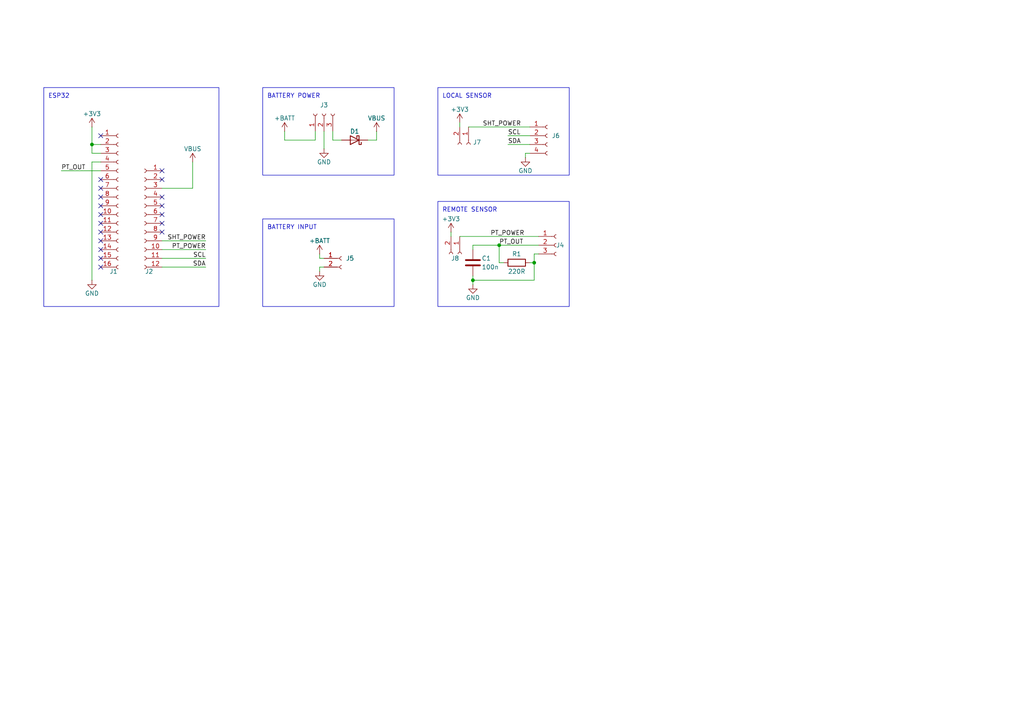
<source format=kicad_sch>
(kicad_sch
	(version 20231120)
	(generator "eeschema")
	(generator_version "8.0")
	(uuid "090a7648-7223-4a22-bce8-061d089e7687")
	(paper "A4")
	(lib_symbols
		(symbol "Connector:Conn_01x02_Socket"
			(pin_names
				(offset 1.016) hide)
			(exclude_from_sim no)
			(in_bom yes)
			(on_board yes)
			(property "Reference" "J"
				(at 0 2.54 0)
				(effects
					(font
						(size 1.27 1.27)
					)
				)
			)
			(property "Value" "Conn_01x02_Socket"
				(at 0 -5.08 0)
				(effects
					(font
						(size 1.27 1.27)
					)
				)
			)
			(property "Footprint" ""
				(at 0 0 0)
				(effects
					(font
						(size 1.27 1.27)
					)
					(hide yes)
				)
			)
			(property "Datasheet" "~"
				(at 0 0 0)
				(effects
					(font
						(size 1.27 1.27)
					)
					(hide yes)
				)
			)
			(property "Description" "Generic connector, single row, 01x02, script generated"
				(at 0 0 0)
				(effects
					(font
						(size 1.27 1.27)
					)
					(hide yes)
				)
			)
			(property "ki_locked" ""
				(at 0 0 0)
				(effects
					(font
						(size 1.27 1.27)
					)
				)
			)
			(property "ki_keywords" "connector"
				(at 0 0 0)
				(effects
					(font
						(size 1.27 1.27)
					)
					(hide yes)
				)
			)
			(property "ki_fp_filters" "Connector*:*_1x??_*"
				(at 0 0 0)
				(effects
					(font
						(size 1.27 1.27)
					)
					(hide yes)
				)
			)
			(symbol "Conn_01x02_Socket_1_1"
				(arc
					(start 0 -2.032)
					(mid -0.5058 -2.54)
					(end 0 -3.048)
					(stroke
						(width 0.1524)
						(type default)
					)
					(fill
						(type none)
					)
				)
				(polyline
					(pts
						(xy -1.27 -2.54) (xy -0.508 -2.54)
					)
					(stroke
						(width 0.1524)
						(type default)
					)
					(fill
						(type none)
					)
				)
				(polyline
					(pts
						(xy -1.27 0) (xy -0.508 0)
					)
					(stroke
						(width 0.1524)
						(type default)
					)
					(fill
						(type none)
					)
				)
				(arc
					(start 0 0.508)
					(mid -0.5058 0)
					(end 0 -0.508)
					(stroke
						(width 0.1524)
						(type default)
					)
					(fill
						(type none)
					)
				)
				(pin passive line
					(at -5.08 0 0)
					(length 3.81)
					(name "Pin_1"
						(effects
							(font
								(size 1.27 1.27)
							)
						)
					)
					(number "1"
						(effects
							(font
								(size 1.27 1.27)
							)
						)
					)
				)
				(pin passive line
					(at -5.08 -2.54 0)
					(length 3.81)
					(name "Pin_2"
						(effects
							(font
								(size 1.27 1.27)
							)
						)
					)
					(number "2"
						(effects
							(font
								(size 1.27 1.27)
							)
						)
					)
				)
			)
		)
		(symbol "Connector:Conn_01x03_Socket"
			(pin_names
				(offset 1.016) hide)
			(exclude_from_sim no)
			(in_bom yes)
			(on_board yes)
			(property "Reference" "J"
				(at 0 5.08 0)
				(effects
					(font
						(size 1.27 1.27)
					)
				)
			)
			(property "Value" "Conn_01x03_Socket"
				(at 0 -5.08 0)
				(effects
					(font
						(size 1.27 1.27)
					)
				)
			)
			(property "Footprint" ""
				(at 0 0 0)
				(effects
					(font
						(size 1.27 1.27)
					)
					(hide yes)
				)
			)
			(property "Datasheet" "~"
				(at 0 0 0)
				(effects
					(font
						(size 1.27 1.27)
					)
					(hide yes)
				)
			)
			(property "Description" "Generic connector, single row, 01x03, script generated"
				(at 0 0 0)
				(effects
					(font
						(size 1.27 1.27)
					)
					(hide yes)
				)
			)
			(property "ki_locked" ""
				(at 0 0 0)
				(effects
					(font
						(size 1.27 1.27)
					)
				)
			)
			(property "ki_keywords" "connector"
				(at 0 0 0)
				(effects
					(font
						(size 1.27 1.27)
					)
					(hide yes)
				)
			)
			(property "ki_fp_filters" "Connector*:*_1x??_*"
				(at 0 0 0)
				(effects
					(font
						(size 1.27 1.27)
					)
					(hide yes)
				)
			)
			(symbol "Conn_01x03_Socket_1_1"
				(arc
					(start 0 -2.032)
					(mid -0.5058 -2.54)
					(end 0 -3.048)
					(stroke
						(width 0.1524)
						(type default)
					)
					(fill
						(type none)
					)
				)
				(polyline
					(pts
						(xy -1.27 -2.54) (xy -0.508 -2.54)
					)
					(stroke
						(width 0.1524)
						(type default)
					)
					(fill
						(type none)
					)
				)
				(polyline
					(pts
						(xy -1.27 0) (xy -0.508 0)
					)
					(stroke
						(width 0.1524)
						(type default)
					)
					(fill
						(type none)
					)
				)
				(polyline
					(pts
						(xy -1.27 2.54) (xy -0.508 2.54)
					)
					(stroke
						(width 0.1524)
						(type default)
					)
					(fill
						(type none)
					)
				)
				(arc
					(start 0 0.508)
					(mid -0.5058 0)
					(end 0 -0.508)
					(stroke
						(width 0.1524)
						(type default)
					)
					(fill
						(type none)
					)
				)
				(arc
					(start 0 3.048)
					(mid -0.5058 2.54)
					(end 0 2.032)
					(stroke
						(width 0.1524)
						(type default)
					)
					(fill
						(type none)
					)
				)
				(pin passive line
					(at -5.08 2.54 0)
					(length 3.81)
					(name "Pin_1"
						(effects
							(font
								(size 1.27 1.27)
							)
						)
					)
					(number "1"
						(effects
							(font
								(size 1.27 1.27)
							)
						)
					)
				)
				(pin passive line
					(at -5.08 0 0)
					(length 3.81)
					(name "Pin_2"
						(effects
							(font
								(size 1.27 1.27)
							)
						)
					)
					(number "2"
						(effects
							(font
								(size 1.27 1.27)
							)
						)
					)
				)
				(pin passive line
					(at -5.08 -2.54 0)
					(length 3.81)
					(name "Pin_3"
						(effects
							(font
								(size 1.27 1.27)
							)
						)
					)
					(number "3"
						(effects
							(font
								(size 1.27 1.27)
							)
						)
					)
				)
			)
		)
		(symbol "Connector:Conn_01x04_Socket"
			(pin_names
				(offset 1.016) hide)
			(exclude_from_sim no)
			(in_bom yes)
			(on_board yes)
			(property "Reference" "J"
				(at 0 5.08 0)
				(effects
					(font
						(size 1.27 1.27)
					)
				)
			)
			(property "Value" "Conn_01x04_Socket"
				(at 0 -7.62 0)
				(effects
					(font
						(size 1.27 1.27)
					)
				)
			)
			(property "Footprint" ""
				(at 0 0 0)
				(effects
					(font
						(size 1.27 1.27)
					)
					(hide yes)
				)
			)
			(property "Datasheet" "~"
				(at 0 0 0)
				(effects
					(font
						(size 1.27 1.27)
					)
					(hide yes)
				)
			)
			(property "Description" "Generic connector, single row, 01x04, script generated"
				(at 0 0 0)
				(effects
					(font
						(size 1.27 1.27)
					)
					(hide yes)
				)
			)
			(property "ki_locked" ""
				(at 0 0 0)
				(effects
					(font
						(size 1.27 1.27)
					)
				)
			)
			(property "ki_keywords" "connector"
				(at 0 0 0)
				(effects
					(font
						(size 1.27 1.27)
					)
					(hide yes)
				)
			)
			(property "ki_fp_filters" "Connector*:*_1x??_*"
				(at 0 0 0)
				(effects
					(font
						(size 1.27 1.27)
					)
					(hide yes)
				)
			)
			(symbol "Conn_01x04_Socket_1_1"
				(arc
					(start 0 -4.572)
					(mid -0.5058 -5.08)
					(end 0 -5.588)
					(stroke
						(width 0.1524)
						(type default)
					)
					(fill
						(type none)
					)
				)
				(arc
					(start 0 -2.032)
					(mid -0.5058 -2.54)
					(end 0 -3.048)
					(stroke
						(width 0.1524)
						(type default)
					)
					(fill
						(type none)
					)
				)
				(polyline
					(pts
						(xy -1.27 -5.08) (xy -0.508 -5.08)
					)
					(stroke
						(width 0.1524)
						(type default)
					)
					(fill
						(type none)
					)
				)
				(polyline
					(pts
						(xy -1.27 -2.54) (xy -0.508 -2.54)
					)
					(stroke
						(width 0.1524)
						(type default)
					)
					(fill
						(type none)
					)
				)
				(polyline
					(pts
						(xy -1.27 0) (xy -0.508 0)
					)
					(stroke
						(width 0.1524)
						(type default)
					)
					(fill
						(type none)
					)
				)
				(polyline
					(pts
						(xy -1.27 2.54) (xy -0.508 2.54)
					)
					(stroke
						(width 0.1524)
						(type default)
					)
					(fill
						(type none)
					)
				)
				(arc
					(start 0 0.508)
					(mid -0.5058 0)
					(end 0 -0.508)
					(stroke
						(width 0.1524)
						(type default)
					)
					(fill
						(type none)
					)
				)
				(arc
					(start 0 3.048)
					(mid -0.5058 2.54)
					(end 0 2.032)
					(stroke
						(width 0.1524)
						(type default)
					)
					(fill
						(type none)
					)
				)
				(pin passive line
					(at -5.08 2.54 0)
					(length 3.81)
					(name "Pin_1"
						(effects
							(font
								(size 1.27 1.27)
							)
						)
					)
					(number "1"
						(effects
							(font
								(size 1.27 1.27)
							)
						)
					)
				)
				(pin passive line
					(at -5.08 0 0)
					(length 3.81)
					(name "Pin_2"
						(effects
							(font
								(size 1.27 1.27)
							)
						)
					)
					(number "2"
						(effects
							(font
								(size 1.27 1.27)
							)
						)
					)
				)
				(pin passive line
					(at -5.08 -2.54 0)
					(length 3.81)
					(name "Pin_3"
						(effects
							(font
								(size 1.27 1.27)
							)
						)
					)
					(number "3"
						(effects
							(font
								(size 1.27 1.27)
							)
						)
					)
				)
				(pin passive line
					(at -5.08 -5.08 0)
					(length 3.81)
					(name "Pin_4"
						(effects
							(font
								(size 1.27 1.27)
							)
						)
					)
					(number "4"
						(effects
							(font
								(size 1.27 1.27)
							)
						)
					)
				)
			)
		)
		(symbol "Connector:Conn_01x12_Socket"
			(pin_names
				(offset 1.016) hide)
			(exclude_from_sim no)
			(in_bom yes)
			(on_board yes)
			(property "Reference" "J"
				(at 0 15.24 0)
				(effects
					(font
						(size 1.27 1.27)
					)
				)
			)
			(property "Value" "Conn_01x12_Socket"
				(at 0 -17.78 0)
				(effects
					(font
						(size 1.27 1.27)
					)
				)
			)
			(property "Footprint" ""
				(at 0 0 0)
				(effects
					(font
						(size 1.27 1.27)
					)
					(hide yes)
				)
			)
			(property "Datasheet" "~"
				(at 0 0 0)
				(effects
					(font
						(size 1.27 1.27)
					)
					(hide yes)
				)
			)
			(property "Description" "Generic connector, single row, 01x12, script generated"
				(at 0 0 0)
				(effects
					(font
						(size 1.27 1.27)
					)
					(hide yes)
				)
			)
			(property "ki_locked" ""
				(at 0 0 0)
				(effects
					(font
						(size 1.27 1.27)
					)
				)
			)
			(property "ki_keywords" "connector"
				(at 0 0 0)
				(effects
					(font
						(size 1.27 1.27)
					)
					(hide yes)
				)
			)
			(property "ki_fp_filters" "Connector*:*_1x??_*"
				(at 0 0 0)
				(effects
					(font
						(size 1.27 1.27)
					)
					(hide yes)
				)
			)
			(symbol "Conn_01x12_Socket_1_1"
				(arc
					(start 0 -14.732)
					(mid -0.5058 -15.24)
					(end 0 -15.748)
					(stroke
						(width 0.1524)
						(type default)
					)
					(fill
						(type none)
					)
				)
				(arc
					(start 0 -12.192)
					(mid -0.5058 -12.7)
					(end 0 -13.208)
					(stroke
						(width 0.1524)
						(type default)
					)
					(fill
						(type none)
					)
				)
				(arc
					(start 0 -9.652)
					(mid -0.5058 -10.16)
					(end 0 -10.668)
					(stroke
						(width 0.1524)
						(type default)
					)
					(fill
						(type none)
					)
				)
				(arc
					(start 0 -7.112)
					(mid -0.5058 -7.62)
					(end 0 -8.128)
					(stroke
						(width 0.1524)
						(type default)
					)
					(fill
						(type none)
					)
				)
				(arc
					(start 0 -4.572)
					(mid -0.5058 -5.08)
					(end 0 -5.588)
					(stroke
						(width 0.1524)
						(type default)
					)
					(fill
						(type none)
					)
				)
				(arc
					(start 0 -2.032)
					(mid -0.5058 -2.54)
					(end 0 -3.048)
					(stroke
						(width 0.1524)
						(type default)
					)
					(fill
						(type none)
					)
				)
				(polyline
					(pts
						(xy -1.27 -15.24) (xy -0.508 -15.24)
					)
					(stroke
						(width 0.1524)
						(type default)
					)
					(fill
						(type none)
					)
				)
				(polyline
					(pts
						(xy -1.27 -12.7) (xy -0.508 -12.7)
					)
					(stroke
						(width 0.1524)
						(type default)
					)
					(fill
						(type none)
					)
				)
				(polyline
					(pts
						(xy -1.27 -10.16) (xy -0.508 -10.16)
					)
					(stroke
						(width 0.1524)
						(type default)
					)
					(fill
						(type none)
					)
				)
				(polyline
					(pts
						(xy -1.27 -7.62) (xy -0.508 -7.62)
					)
					(stroke
						(width 0.1524)
						(type default)
					)
					(fill
						(type none)
					)
				)
				(polyline
					(pts
						(xy -1.27 -5.08) (xy -0.508 -5.08)
					)
					(stroke
						(width 0.1524)
						(type default)
					)
					(fill
						(type none)
					)
				)
				(polyline
					(pts
						(xy -1.27 -2.54) (xy -0.508 -2.54)
					)
					(stroke
						(width 0.1524)
						(type default)
					)
					(fill
						(type none)
					)
				)
				(polyline
					(pts
						(xy -1.27 0) (xy -0.508 0)
					)
					(stroke
						(width 0.1524)
						(type default)
					)
					(fill
						(type none)
					)
				)
				(polyline
					(pts
						(xy -1.27 2.54) (xy -0.508 2.54)
					)
					(stroke
						(width 0.1524)
						(type default)
					)
					(fill
						(type none)
					)
				)
				(polyline
					(pts
						(xy -1.27 5.08) (xy -0.508 5.08)
					)
					(stroke
						(width 0.1524)
						(type default)
					)
					(fill
						(type none)
					)
				)
				(polyline
					(pts
						(xy -1.27 7.62) (xy -0.508 7.62)
					)
					(stroke
						(width 0.1524)
						(type default)
					)
					(fill
						(type none)
					)
				)
				(polyline
					(pts
						(xy -1.27 10.16) (xy -0.508 10.16)
					)
					(stroke
						(width 0.1524)
						(type default)
					)
					(fill
						(type none)
					)
				)
				(polyline
					(pts
						(xy -1.27 12.7) (xy -0.508 12.7)
					)
					(stroke
						(width 0.1524)
						(type default)
					)
					(fill
						(type none)
					)
				)
				(arc
					(start 0 0.508)
					(mid -0.5058 0)
					(end 0 -0.508)
					(stroke
						(width 0.1524)
						(type default)
					)
					(fill
						(type none)
					)
				)
				(arc
					(start 0 3.048)
					(mid -0.5058 2.54)
					(end 0 2.032)
					(stroke
						(width 0.1524)
						(type default)
					)
					(fill
						(type none)
					)
				)
				(arc
					(start 0 5.588)
					(mid -0.5058 5.08)
					(end 0 4.572)
					(stroke
						(width 0.1524)
						(type default)
					)
					(fill
						(type none)
					)
				)
				(arc
					(start 0 8.128)
					(mid -0.5058 7.62)
					(end 0 7.112)
					(stroke
						(width 0.1524)
						(type default)
					)
					(fill
						(type none)
					)
				)
				(arc
					(start 0 10.668)
					(mid -0.5058 10.16)
					(end 0 9.652)
					(stroke
						(width 0.1524)
						(type default)
					)
					(fill
						(type none)
					)
				)
				(arc
					(start 0 13.208)
					(mid -0.5058 12.7)
					(end 0 12.192)
					(stroke
						(width 0.1524)
						(type default)
					)
					(fill
						(type none)
					)
				)
				(pin passive line
					(at -5.08 12.7 0)
					(length 3.81)
					(name "Pin_1"
						(effects
							(font
								(size 1.27 1.27)
							)
						)
					)
					(number "1"
						(effects
							(font
								(size 1.27 1.27)
							)
						)
					)
				)
				(pin passive line
					(at -5.08 -10.16 0)
					(length 3.81)
					(name "Pin_10"
						(effects
							(font
								(size 1.27 1.27)
							)
						)
					)
					(number "10"
						(effects
							(font
								(size 1.27 1.27)
							)
						)
					)
				)
				(pin passive line
					(at -5.08 -12.7 0)
					(length 3.81)
					(name "Pin_11"
						(effects
							(font
								(size 1.27 1.27)
							)
						)
					)
					(number "11"
						(effects
							(font
								(size 1.27 1.27)
							)
						)
					)
				)
				(pin passive line
					(at -5.08 -15.24 0)
					(length 3.81)
					(name "Pin_12"
						(effects
							(font
								(size 1.27 1.27)
							)
						)
					)
					(number "12"
						(effects
							(font
								(size 1.27 1.27)
							)
						)
					)
				)
				(pin passive line
					(at -5.08 10.16 0)
					(length 3.81)
					(name "Pin_2"
						(effects
							(font
								(size 1.27 1.27)
							)
						)
					)
					(number "2"
						(effects
							(font
								(size 1.27 1.27)
							)
						)
					)
				)
				(pin passive line
					(at -5.08 7.62 0)
					(length 3.81)
					(name "Pin_3"
						(effects
							(font
								(size 1.27 1.27)
							)
						)
					)
					(number "3"
						(effects
							(font
								(size 1.27 1.27)
							)
						)
					)
				)
				(pin passive line
					(at -5.08 5.08 0)
					(length 3.81)
					(name "Pin_4"
						(effects
							(font
								(size 1.27 1.27)
							)
						)
					)
					(number "4"
						(effects
							(font
								(size 1.27 1.27)
							)
						)
					)
				)
				(pin passive line
					(at -5.08 2.54 0)
					(length 3.81)
					(name "Pin_5"
						(effects
							(font
								(size 1.27 1.27)
							)
						)
					)
					(number "5"
						(effects
							(font
								(size 1.27 1.27)
							)
						)
					)
				)
				(pin passive line
					(at -5.08 0 0)
					(length 3.81)
					(name "Pin_6"
						(effects
							(font
								(size 1.27 1.27)
							)
						)
					)
					(number "6"
						(effects
							(font
								(size 1.27 1.27)
							)
						)
					)
				)
				(pin passive line
					(at -5.08 -2.54 0)
					(length 3.81)
					(name "Pin_7"
						(effects
							(font
								(size 1.27 1.27)
							)
						)
					)
					(number "7"
						(effects
							(font
								(size 1.27 1.27)
							)
						)
					)
				)
				(pin passive line
					(at -5.08 -5.08 0)
					(length 3.81)
					(name "Pin_8"
						(effects
							(font
								(size 1.27 1.27)
							)
						)
					)
					(number "8"
						(effects
							(font
								(size 1.27 1.27)
							)
						)
					)
				)
				(pin passive line
					(at -5.08 -7.62 0)
					(length 3.81)
					(name "Pin_9"
						(effects
							(font
								(size 1.27 1.27)
							)
						)
					)
					(number "9"
						(effects
							(font
								(size 1.27 1.27)
							)
						)
					)
				)
			)
		)
		(symbol "Connector:Conn_01x16_Socket"
			(pin_names
				(offset 1.016) hide)
			(exclude_from_sim no)
			(in_bom yes)
			(on_board yes)
			(property "Reference" "J"
				(at 0 20.32 0)
				(effects
					(font
						(size 1.27 1.27)
					)
				)
			)
			(property "Value" "Conn_01x16_Socket"
				(at 0 -22.86 0)
				(effects
					(font
						(size 1.27 1.27)
					)
				)
			)
			(property "Footprint" ""
				(at 0 0 0)
				(effects
					(font
						(size 1.27 1.27)
					)
					(hide yes)
				)
			)
			(property "Datasheet" "~"
				(at 0 0 0)
				(effects
					(font
						(size 1.27 1.27)
					)
					(hide yes)
				)
			)
			(property "Description" "Generic connector, single row, 01x16, script generated"
				(at 0 0 0)
				(effects
					(font
						(size 1.27 1.27)
					)
					(hide yes)
				)
			)
			(property "ki_locked" ""
				(at 0 0 0)
				(effects
					(font
						(size 1.27 1.27)
					)
				)
			)
			(property "ki_keywords" "connector"
				(at 0 0 0)
				(effects
					(font
						(size 1.27 1.27)
					)
					(hide yes)
				)
			)
			(property "ki_fp_filters" "Connector*:*_1x??_*"
				(at 0 0 0)
				(effects
					(font
						(size 1.27 1.27)
					)
					(hide yes)
				)
			)
			(symbol "Conn_01x16_Socket_1_1"
				(arc
					(start 0 -19.812)
					(mid -0.5058 -20.32)
					(end 0 -20.828)
					(stroke
						(width 0.1524)
						(type default)
					)
					(fill
						(type none)
					)
				)
				(arc
					(start 0 -17.272)
					(mid -0.5058 -17.78)
					(end 0 -18.288)
					(stroke
						(width 0.1524)
						(type default)
					)
					(fill
						(type none)
					)
				)
				(arc
					(start 0 -14.732)
					(mid -0.5058 -15.24)
					(end 0 -15.748)
					(stroke
						(width 0.1524)
						(type default)
					)
					(fill
						(type none)
					)
				)
				(arc
					(start 0 -12.192)
					(mid -0.5058 -12.7)
					(end 0 -13.208)
					(stroke
						(width 0.1524)
						(type default)
					)
					(fill
						(type none)
					)
				)
				(arc
					(start 0 -9.652)
					(mid -0.5058 -10.16)
					(end 0 -10.668)
					(stroke
						(width 0.1524)
						(type default)
					)
					(fill
						(type none)
					)
				)
				(arc
					(start 0 -7.112)
					(mid -0.5058 -7.62)
					(end 0 -8.128)
					(stroke
						(width 0.1524)
						(type default)
					)
					(fill
						(type none)
					)
				)
				(arc
					(start 0 -4.572)
					(mid -0.5058 -5.08)
					(end 0 -5.588)
					(stroke
						(width 0.1524)
						(type default)
					)
					(fill
						(type none)
					)
				)
				(arc
					(start 0 -2.032)
					(mid -0.5058 -2.54)
					(end 0 -3.048)
					(stroke
						(width 0.1524)
						(type default)
					)
					(fill
						(type none)
					)
				)
				(polyline
					(pts
						(xy -1.27 -20.32) (xy -0.508 -20.32)
					)
					(stroke
						(width 0.1524)
						(type default)
					)
					(fill
						(type none)
					)
				)
				(polyline
					(pts
						(xy -1.27 -17.78) (xy -0.508 -17.78)
					)
					(stroke
						(width 0.1524)
						(type default)
					)
					(fill
						(type none)
					)
				)
				(polyline
					(pts
						(xy -1.27 -15.24) (xy -0.508 -15.24)
					)
					(stroke
						(width 0.1524)
						(type default)
					)
					(fill
						(type none)
					)
				)
				(polyline
					(pts
						(xy -1.27 -12.7) (xy -0.508 -12.7)
					)
					(stroke
						(width 0.1524)
						(type default)
					)
					(fill
						(type none)
					)
				)
				(polyline
					(pts
						(xy -1.27 -10.16) (xy -0.508 -10.16)
					)
					(stroke
						(width 0.1524)
						(type default)
					)
					(fill
						(type none)
					)
				)
				(polyline
					(pts
						(xy -1.27 -7.62) (xy -0.508 -7.62)
					)
					(stroke
						(width 0.1524)
						(type default)
					)
					(fill
						(type none)
					)
				)
				(polyline
					(pts
						(xy -1.27 -5.08) (xy -0.508 -5.08)
					)
					(stroke
						(width 0.1524)
						(type default)
					)
					(fill
						(type none)
					)
				)
				(polyline
					(pts
						(xy -1.27 -2.54) (xy -0.508 -2.54)
					)
					(stroke
						(width 0.1524)
						(type default)
					)
					(fill
						(type none)
					)
				)
				(polyline
					(pts
						(xy -1.27 0) (xy -0.508 0)
					)
					(stroke
						(width 0.1524)
						(type default)
					)
					(fill
						(type none)
					)
				)
				(polyline
					(pts
						(xy -1.27 2.54) (xy -0.508 2.54)
					)
					(stroke
						(width 0.1524)
						(type default)
					)
					(fill
						(type none)
					)
				)
				(polyline
					(pts
						(xy -1.27 5.08) (xy -0.508 5.08)
					)
					(stroke
						(width 0.1524)
						(type default)
					)
					(fill
						(type none)
					)
				)
				(polyline
					(pts
						(xy -1.27 7.62) (xy -0.508 7.62)
					)
					(stroke
						(width 0.1524)
						(type default)
					)
					(fill
						(type none)
					)
				)
				(polyline
					(pts
						(xy -1.27 10.16) (xy -0.508 10.16)
					)
					(stroke
						(width 0.1524)
						(type default)
					)
					(fill
						(type none)
					)
				)
				(polyline
					(pts
						(xy -1.27 12.7) (xy -0.508 12.7)
					)
					(stroke
						(width 0.1524)
						(type default)
					)
					(fill
						(type none)
					)
				)
				(polyline
					(pts
						(xy -1.27 15.24) (xy -0.508 15.24)
					)
					(stroke
						(width 0.1524)
						(type default)
					)
					(fill
						(type none)
					)
				)
				(polyline
					(pts
						(xy -1.27 17.78) (xy -0.508 17.78)
					)
					(stroke
						(width 0.1524)
						(type default)
					)
					(fill
						(type none)
					)
				)
				(arc
					(start 0 0.508)
					(mid -0.5058 0)
					(end 0 -0.508)
					(stroke
						(width 0.1524)
						(type default)
					)
					(fill
						(type none)
					)
				)
				(arc
					(start 0 3.048)
					(mid -0.5058 2.54)
					(end 0 2.032)
					(stroke
						(width 0.1524)
						(type default)
					)
					(fill
						(type none)
					)
				)
				(arc
					(start 0 5.588)
					(mid -0.5058 5.08)
					(end 0 4.572)
					(stroke
						(width 0.1524)
						(type default)
					)
					(fill
						(type none)
					)
				)
				(arc
					(start 0 8.128)
					(mid -0.5058 7.62)
					(end 0 7.112)
					(stroke
						(width 0.1524)
						(type default)
					)
					(fill
						(type none)
					)
				)
				(arc
					(start 0 10.668)
					(mid -0.5058 10.16)
					(end 0 9.652)
					(stroke
						(width 0.1524)
						(type default)
					)
					(fill
						(type none)
					)
				)
				(arc
					(start 0 13.208)
					(mid -0.5058 12.7)
					(end 0 12.192)
					(stroke
						(width 0.1524)
						(type default)
					)
					(fill
						(type none)
					)
				)
				(arc
					(start 0 15.748)
					(mid -0.5058 15.24)
					(end 0 14.732)
					(stroke
						(width 0.1524)
						(type default)
					)
					(fill
						(type none)
					)
				)
				(arc
					(start 0 18.288)
					(mid -0.5058 17.78)
					(end 0 17.272)
					(stroke
						(width 0.1524)
						(type default)
					)
					(fill
						(type none)
					)
				)
				(pin passive line
					(at -5.08 17.78 0)
					(length 3.81)
					(name "Pin_1"
						(effects
							(font
								(size 1.27 1.27)
							)
						)
					)
					(number "1"
						(effects
							(font
								(size 1.27 1.27)
							)
						)
					)
				)
				(pin passive line
					(at -5.08 -5.08 0)
					(length 3.81)
					(name "Pin_10"
						(effects
							(font
								(size 1.27 1.27)
							)
						)
					)
					(number "10"
						(effects
							(font
								(size 1.27 1.27)
							)
						)
					)
				)
				(pin passive line
					(at -5.08 -7.62 0)
					(length 3.81)
					(name "Pin_11"
						(effects
							(font
								(size 1.27 1.27)
							)
						)
					)
					(number "11"
						(effects
							(font
								(size 1.27 1.27)
							)
						)
					)
				)
				(pin passive line
					(at -5.08 -10.16 0)
					(length 3.81)
					(name "Pin_12"
						(effects
							(font
								(size 1.27 1.27)
							)
						)
					)
					(number "12"
						(effects
							(font
								(size 1.27 1.27)
							)
						)
					)
				)
				(pin passive line
					(at -5.08 -12.7 0)
					(length 3.81)
					(name "Pin_13"
						(effects
							(font
								(size 1.27 1.27)
							)
						)
					)
					(number "13"
						(effects
							(font
								(size 1.27 1.27)
							)
						)
					)
				)
				(pin passive line
					(at -5.08 -15.24 0)
					(length 3.81)
					(name "Pin_14"
						(effects
							(font
								(size 1.27 1.27)
							)
						)
					)
					(number "14"
						(effects
							(font
								(size 1.27 1.27)
							)
						)
					)
				)
				(pin passive line
					(at -5.08 -17.78 0)
					(length 3.81)
					(name "Pin_15"
						(effects
							(font
								(size 1.27 1.27)
							)
						)
					)
					(number "15"
						(effects
							(font
								(size 1.27 1.27)
							)
						)
					)
				)
				(pin passive line
					(at -5.08 -20.32 0)
					(length 3.81)
					(name "Pin_16"
						(effects
							(font
								(size 1.27 1.27)
							)
						)
					)
					(number "16"
						(effects
							(font
								(size 1.27 1.27)
							)
						)
					)
				)
				(pin passive line
					(at -5.08 15.24 0)
					(length 3.81)
					(name "Pin_2"
						(effects
							(font
								(size 1.27 1.27)
							)
						)
					)
					(number "2"
						(effects
							(font
								(size 1.27 1.27)
							)
						)
					)
				)
				(pin passive line
					(at -5.08 12.7 0)
					(length 3.81)
					(name "Pin_3"
						(effects
							(font
								(size 1.27 1.27)
							)
						)
					)
					(number "3"
						(effects
							(font
								(size 1.27 1.27)
							)
						)
					)
				)
				(pin passive line
					(at -5.08 10.16 0)
					(length 3.81)
					(name "Pin_4"
						(effects
							(font
								(size 1.27 1.27)
							)
						)
					)
					(number "4"
						(effects
							(font
								(size 1.27 1.27)
							)
						)
					)
				)
				(pin passive line
					(at -5.08 7.62 0)
					(length 3.81)
					(name "Pin_5"
						(effects
							(font
								(size 1.27 1.27)
							)
						)
					)
					(number "5"
						(effects
							(font
								(size 1.27 1.27)
							)
						)
					)
				)
				(pin passive line
					(at -5.08 5.08 0)
					(length 3.81)
					(name "Pin_6"
						(effects
							(font
								(size 1.27 1.27)
							)
						)
					)
					(number "6"
						(effects
							(font
								(size 1.27 1.27)
							)
						)
					)
				)
				(pin passive line
					(at -5.08 2.54 0)
					(length 3.81)
					(name "Pin_7"
						(effects
							(font
								(size 1.27 1.27)
							)
						)
					)
					(number "7"
						(effects
							(font
								(size 1.27 1.27)
							)
						)
					)
				)
				(pin passive line
					(at -5.08 0 0)
					(length 3.81)
					(name "Pin_8"
						(effects
							(font
								(size 1.27 1.27)
							)
						)
					)
					(number "8"
						(effects
							(font
								(size 1.27 1.27)
							)
						)
					)
				)
				(pin passive line
					(at -5.08 -2.54 0)
					(length 3.81)
					(name "Pin_9"
						(effects
							(font
								(size 1.27 1.27)
							)
						)
					)
					(number "9"
						(effects
							(font
								(size 1.27 1.27)
							)
						)
					)
				)
			)
		)
		(symbol "Device:C"
			(pin_numbers hide)
			(pin_names
				(offset 0.254)
			)
			(exclude_from_sim no)
			(in_bom yes)
			(on_board yes)
			(property "Reference" "C"
				(at 0.635 2.54 0)
				(effects
					(font
						(size 1.27 1.27)
					)
					(justify left)
				)
			)
			(property "Value" "C"
				(at 0.635 -2.54 0)
				(effects
					(font
						(size 1.27 1.27)
					)
					(justify left)
				)
			)
			(property "Footprint" ""
				(at 0.9652 -3.81 0)
				(effects
					(font
						(size 1.27 1.27)
					)
					(hide yes)
				)
			)
			(property "Datasheet" "~"
				(at 0 0 0)
				(effects
					(font
						(size 1.27 1.27)
					)
					(hide yes)
				)
			)
			(property "Description" "Unpolarized capacitor"
				(at 0 0 0)
				(effects
					(font
						(size 1.27 1.27)
					)
					(hide yes)
				)
			)
			(property "ki_keywords" "cap capacitor"
				(at 0 0 0)
				(effects
					(font
						(size 1.27 1.27)
					)
					(hide yes)
				)
			)
			(property "ki_fp_filters" "C_*"
				(at 0 0 0)
				(effects
					(font
						(size 1.27 1.27)
					)
					(hide yes)
				)
			)
			(symbol "C_0_1"
				(polyline
					(pts
						(xy -2.032 -0.762) (xy 2.032 -0.762)
					)
					(stroke
						(width 0.508)
						(type default)
					)
					(fill
						(type none)
					)
				)
				(polyline
					(pts
						(xy -2.032 0.762) (xy 2.032 0.762)
					)
					(stroke
						(width 0.508)
						(type default)
					)
					(fill
						(type none)
					)
				)
			)
			(symbol "C_1_1"
				(pin passive line
					(at 0 3.81 270)
					(length 2.794)
					(name "~"
						(effects
							(font
								(size 1.27 1.27)
							)
						)
					)
					(number "1"
						(effects
							(font
								(size 1.27 1.27)
							)
						)
					)
				)
				(pin passive line
					(at 0 -3.81 90)
					(length 2.794)
					(name "~"
						(effects
							(font
								(size 1.27 1.27)
							)
						)
					)
					(number "2"
						(effects
							(font
								(size 1.27 1.27)
							)
						)
					)
				)
			)
		)
		(symbol "Device:D_Schottky"
			(pin_numbers hide)
			(pin_names
				(offset 1.016) hide)
			(exclude_from_sim no)
			(in_bom yes)
			(on_board yes)
			(property "Reference" "D"
				(at 0 2.54 0)
				(effects
					(font
						(size 1.27 1.27)
					)
				)
			)
			(property "Value" "D_Schottky"
				(at 0 -2.54 0)
				(effects
					(font
						(size 1.27 1.27)
					)
				)
			)
			(property "Footprint" ""
				(at 0 0 0)
				(effects
					(font
						(size 1.27 1.27)
					)
					(hide yes)
				)
			)
			(property "Datasheet" "~"
				(at 0 0 0)
				(effects
					(font
						(size 1.27 1.27)
					)
					(hide yes)
				)
			)
			(property "Description" "Schottky diode"
				(at 0 0 0)
				(effects
					(font
						(size 1.27 1.27)
					)
					(hide yes)
				)
			)
			(property "ki_keywords" "diode Schottky"
				(at 0 0 0)
				(effects
					(font
						(size 1.27 1.27)
					)
					(hide yes)
				)
			)
			(property "ki_fp_filters" "TO-???* *_Diode_* *SingleDiode* D_*"
				(at 0 0 0)
				(effects
					(font
						(size 1.27 1.27)
					)
					(hide yes)
				)
			)
			(symbol "D_Schottky_0_1"
				(polyline
					(pts
						(xy 1.27 0) (xy -1.27 0)
					)
					(stroke
						(width 0)
						(type default)
					)
					(fill
						(type none)
					)
				)
				(polyline
					(pts
						(xy 1.27 1.27) (xy 1.27 -1.27) (xy -1.27 0) (xy 1.27 1.27)
					)
					(stroke
						(width 0.254)
						(type default)
					)
					(fill
						(type none)
					)
				)
				(polyline
					(pts
						(xy -1.905 0.635) (xy -1.905 1.27) (xy -1.27 1.27) (xy -1.27 -1.27) (xy -0.635 -1.27) (xy -0.635 -0.635)
					)
					(stroke
						(width 0.254)
						(type default)
					)
					(fill
						(type none)
					)
				)
			)
			(symbol "D_Schottky_1_1"
				(pin passive line
					(at -3.81 0 0)
					(length 2.54)
					(name "K"
						(effects
							(font
								(size 1.27 1.27)
							)
						)
					)
					(number "1"
						(effects
							(font
								(size 1.27 1.27)
							)
						)
					)
				)
				(pin passive line
					(at 3.81 0 180)
					(length 2.54)
					(name "A"
						(effects
							(font
								(size 1.27 1.27)
							)
						)
					)
					(number "2"
						(effects
							(font
								(size 1.27 1.27)
							)
						)
					)
				)
			)
		)
		(symbol "Device:R"
			(pin_numbers hide)
			(pin_names
				(offset 0)
			)
			(exclude_from_sim no)
			(in_bom yes)
			(on_board yes)
			(property "Reference" "R"
				(at 2.032 0 90)
				(effects
					(font
						(size 1.27 1.27)
					)
				)
			)
			(property "Value" "R"
				(at 0 0 90)
				(effects
					(font
						(size 1.27 1.27)
					)
				)
			)
			(property "Footprint" ""
				(at -1.778 0 90)
				(effects
					(font
						(size 1.27 1.27)
					)
					(hide yes)
				)
			)
			(property "Datasheet" "~"
				(at 0 0 0)
				(effects
					(font
						(size 1.27 1.27)
					)
					(hide yes)
				)
			)
			(property "Description" "Resistor"
				(at 0 0 0)
				(effects
					(font
						(size 1.27 1.27)
					)
					(hide yes)
				)
			)
			(property "ki_keywords" "R res resistor"
				(at 0 0 0)
				(effects
					(font
						(size 1.27 1.27)
					)
					(hide yes)
				)
			)
			(property "ki_fp_filters" "R_*"
				(at 0 0 0)
				(effects
					(font
						(size 1.27 1.27)
					)
					(hide yes)
				)
			)
			(symbol "R_0_1"
				(rectangle
					(start -1.016 -2.54)
					(end 1.016 2.54)
					(stroke
						(width 0.254)
						(type default)
					)
					(fill
						(type none)
					)
				)
			)
			(symbol "R_1_1"
				(pin passive line
					(at 0 3.81 270)
					(length 1.27)
					(name "~"
						(effects
							(font
								(size 1.27 1.27)
							)
						)
					)
					(number "1"
						(effects
							(font
								(size 1.27 1.27)
							)
						)
					)
				)
				(pin passive line
					(at 0 -3.81 90)
					(length 1.27)
					(name "~"
						(effects
							(font
								(size 1.27 1.27)
							)
						)
					)
					(number "2"
						(effects
							(font
								(size 1.27 1.27)
							)
						)
					)
				)
			)
		)
		(symbol "power:+3V3"
			(power)
			(pin_numbers hide)
			(pin_names
				(offset 0) hide)
			(exclude_from_sim no)
			(in_bom yes)
			(on_board yes)
			(property "Reference" "#PWR"
				(at 0 -3.81 0)
				(effects
					(font
						(size 1.27 1.27)
					)
					(hide yes)
				)
			)
			(property "Value" "+3V3"
				(at 0 3.556 0)
				(effects
					(font
						(size 1.27 1.27)
					)
				)
			)
			(property "Footprint" ""
				(at 0 0 0)
				(effects
					(font
						(size 1.27 1.27)
					)
					(hide yes)
				)
			)
			(property "Datasheet" ""
				(at 0 0 0)
				(effects
					(font
						(size 1.27 1.27)
					)
					(hide yes)
				)
			)
			(property "Description" "Power symbol creates a global label with name \"+3V3\""
				(at 0 0 0)
				(effects
					(font
						(size 1.27 1.27)
					)
					(hide yes)
				)
			)
			(property "ki_keywords" "global power"
				(at 0 0 0)
				(effects
					(font
						(size 1.27 1.27)
					)
					(hide yes)
				)
			)
			(symbol "+3V3_0_1"
				(polyline
					(pts
						(xy -0.762 1.27) (xy 0 2.54)
					)
					(stroke
						(width 0)
						(type default)
					)
					(fill
						(type none)
					)
				)
				(polyline
					(pts
						(xy 0 0) (xy 0 2.54)
					)
					(stroke
						(width 0)
						(type default)
					)
					(fill
						(type none)
					)
				)
				(polyline
					(pts
						(xy 0 2.54) (xy 0.762 1.27)
					)
					(stroke
						(width 0)
						(type default)
					)
					(fill
						(type none)
					)
				)
			)
			(symbol "+3V3_1_1"
				(pin power_in line
					(at 0 0 90)
					(length 0)
					(name "~"
						(effects
							(font
								(size 1.27 1.27)
							)
						)
					)
					(number "1"
						(effects
							(font
								(size 1.27 1.27)
							)
						)
					)
				)
			)
		)
		(symbol "power:+BATT"
			(power)
			(pin_numbers hide)
			(pin_names
				(offset 0) hide)
			(exclude_from_sim no)
			(in_bom yes)
			(on_board yes)
			(property "Reference" "#PWR"
				(at 0 -3.81 0)
				(effects
					(font
						(size 1.27 1.27)
					)
					(hide yes)
				)
			)
			(property "Value" "+BATT"
				(at 0 3.556 0)
				(effects
					(font
						(size 1.27 1.27)
					)
				)
			)
			(property "Footprint" ""
				(at 0 0 0)
				(effects
					(font
						(size 1.27 1.27)
					)
					(hide yes)
				)
			)
			(property "Datasheet" ""
				(at 0 0 0)
				(effects
					(font
						(size 1.27 1.27)
					)
					(hide yes)
				)
			)
			(property "Description" "Power symbol creates a global label with name \"+BATT\""
				(at 0 0 0)
				(effects
					(font
						(size 1.27 1.27)
					)
					(hide yes)
				)
			)
			(property "ki_keywords" "global power battery"
				(at 0 0 0)
				(effects
					(font
						(size 1.27 1.27)
					)
					(hide yes)
				)
			)
			(symbol "+BATT_0_1"
				(polyline
					(pts
						(xy -0.762 1.27) (xy 0 2.54)
					)
					(stroke
						(width 0)
						(type default)
					)
					(fill
						(type none)
					)
				)
				(polyline
					(pts
						(xy 0 0) (xy 0 2.54)
					)
					(stroke
						(width 0)
						(type default)
					)
					(fill
						(type none)
					)
				)
				(polyline
					(pts
						(xy 0 2.54) (xy 0.762 1.27)
					)
					(stroke
						(width 0)
						(type default)
					)
					(fill
						(type none)
					)
				)
			)
			(symbol "+BATT_1_1"
				(pin power_in line
					(at 0 0 90)
					(length 0)
					(name "~"
						(effects
							(font
								(size 1.27 1.27)
							)
						)
					)
					(number "1"
						(effects
							(font
								(size 1.27 1.27)
							)
						)
					)
				)
			)
		)
		(symbol "power:GND"
			(power)
			(pin_numbers hide)
			(pin_names
				(offset 0) hide)
			(exclude_from_sim no)
			(in_bom yes)
			(on_board yes)
			(property "Reference" "#PWR"
				(at 0 -6.35 0)
				(effects
					(font
						(size 1.27 1.27)
					)
					(hide yes)
				)
			)
			(property "Value" "GND"
				(at 0 -3.81 0)
				(effects
					(font
						(size 1.27 1.27)
					)
				)
			)
			(property "Footprint" ""
				(at 0 0 0)
				(effects
					(font
						(size 1.27 1.27)
					)
					(hide yes)
				)
			)
			(property "Datasheet" ""
				(at 0 0 0)
				(effects
					(font
						(size 1.27 1.27)
					)
					(hide yes)
				)
			)
			(property "Description" "Power symbol creates a global label with name \"GND\" , ground"
				(at 0 0 0)
				(effects
					(font
						(size 1.27 1.27)
					)
					(hide yes)
				)
			)
			(property "ki_keywords" "global power"
				(at 0 0 0)
				(effects
					(font
						(size 1.27 1.27)
					)
					(hide yes)
				)
			)
			(symbol "GND_0_1"
				(polyline
					(pts
						(xy 0 0) (xy 0 -1.27) (xy 1.27 -1.27) (xy 0 -2.54) (xy -1.27 -1.27) (xy 0 -1.27)
					)
					(stroke
						(width 0)
						(type default)
					)
					(fill
						(type none)
					)
				)
			)
			(symbol "GND_1_1"
				(pin power_in line
					(at 0 0 270)
					(length 0)
					(name "~"
						(effects
							(font
								(size 1.27 1.27)
							)
						)
					)
					(number "1"
						(effects
							(font
								(size 1.27 1.27)
							)
						)
					)
				)
			)
		)
		(symbol "power:VBUS"
			(power)
			(pin_numbers hide)
			(pin_names
				(offset 0) hide)
			(exclude_from_sim no)
			(in_bom yes)
			(on_board yes)
			(property "Reference" "#PWR"
				(at 0 -3.81 0)
				(effects
					(font
						(size 1.27 1.27)
					)
					(hide yes)
				)
			)
			(property "Value" "VBUS"
				(at 0 3.556 0)
				(effects
					(font
						(size 1.27 1.27)
					)
				)
			)
			(property "Footprint" ""
				(at 0 0 0)
				(effects
					(font
						(size 1.27 1.27)
					)
					(hide yes)
				)
			)
			(property "Datasheet" ""
				(at 0 0 0)
				(effects
					(font
						(size 1.27 1.27)
					)
					(hide yes)
				)
			)
			(property "Description" "Power symbol creates a global label with name \"VBUS\""
				(at 0 0 0)
				(effects
					(font
						(size 1.27 1.27)
					)
					(hide yes)
				)
			)
			(property "ki_keywords" "global power"
				(at 0 0 0)
				(effects
					(font
						(size 1.27 1.27)
					)
					(hide yes)
				)
			)
			(symbol "VBUS_0_1"
				(polyline
					(pts
						(xy -0.762 1.27) (xy 0 2.54)
					)
					(stroke
						(width 0)
						(type default)
					)
					(fill
						(type none)
					)
				)
				(polyline
					(pts
						(xy 0 0) (xy 0 2.54)
					)
					(stroke
						(width 0)
						(type default)
					)
					(fill
						(type none)
					)
				)
				(polyline
					(pts
						(xy 0 2.54) (xy 0.762 1.27)
					)
					(stroke
						(width 0)
						(type default)
					)
					(fill
						(type none)
					)
				)
			)
			(symbol "VBUS_1_1"
				(pin power_in line
					(at 0 0 90)
					(length 0)
					(name "~"
						(effects
							(font
								(size 1.27 1.27)
							)
						)
					)
					(number "1"
						(effects
							(font
								(size 1.27 1.27)
							)
						)
					)
				)
			)
		)
	)
	(junction
		(at 26.67 41.91)
		(diameter 0)
		(color 0 0 0 0)
		(uuid "1c22cb05-cb36-4a08-a209-a6bac49a2b74")
	)
	(junction
		(at 137.16 81.28)
		(diameter 0)
		(color 0 0 0 0)
		(uuid "3fa4683a-1465-4ffb-96be-0ef073848fdb")
	)
	(junction
		(at 144.78 71.12)
		(diameter 0)
		(color 0 0 0 0)
		(uuid "883cc94a-539f-4a57-b079-8ca9fe5b8891")
	)
	(junction
		(at 154.94 76.2)
		(diameter 0)
		(color 0 0 0 0)
		(uuid "c5362e9c-d8eb-45bd-9eff-94f41cff99de")
	)
	(no_connect
		(at 46.99 59.69)
		(uuid "06bdcdbd-98cb-46a4-a4a5-2a9a28194c6b")
	)
	(no_connect
		(at 29.21 67.31)
		(uuid "22d7599b-f21f-4d1c-936f-14a40aef0ce7")
	)
	(no_connect
		(at 46.99 57.15)
		(uuid "2f7d411c-b2a6-49f2-ab34-e2fc309cab4e")
	)
	(no_connect
		(at 29.21 39.37)
		(uuid "3eef0aff-8426-4228-a1df-f3784e279ce2")
	)
	(no_connect
		(at 29.21 72.39)
		(uuid "4a917146-75b4-411e-bd99-4049e54eed1d")
	)
	(no_connect
		(at 46.99 64.77)
		(uuid "4bc27f8c-bffe-4b9d-83db-17b1e2edfc75")
	)
	(no_connect
		(at 29.21 54.61)
		(uuid "4eb4b2ca-eeae-4122-be83-7644a2e02881")
	)
	(no_connect
		(at 46.99 62.23)
		(uuid "661592ee-fe57-4f1e-b4d1-23a524c731d9")
	)
	(no_connect
		(at 46.99 67.31)
		(uuid "66cd0f03-37bd-4ea4-b676-12f7de0f710f")
	)
	(no_connect
		(at 29.21 57.15)
		(uuid "75f5666f-d163-4ad6-a4b7-16c71c73fc10")
	)
	(no_connect
		(at 46.99 52.07)
		(uuid "8b6f4cff-1fd5-48d5-a231-b2b88e03dfcb")
	)
	(no_connect
		(at 29.21 52.07)
		(uuid "91efcbe2-af7d-49b8-94e6-eef4012c7d36")
	)
	(no_connect
		(at 46.99 49.53)
		(uuid "a55450e8-592a-4983-8658-c80ac269d980")
	)
	(no_connect
		(at 29.21 64.77)
		(uuid "b0beee69-e9b0-4856-a1b3-e4671d8c62a3")
	)
	(no_connect
		(at 29.21 62.23)
		(uuid "b16b1f2e-7db2-4303-bcb0-fd5477a9e874")
	)
	(no_connect
		(at 29.21 69.85)
		(uuid "c36a9b23-c9bc-43d9-85d0-9a50e7d1ca4b")
	)
	(no_connect
		(at 29.21 74.93)
		(uuid "ce9b5f4d-a81d-4e47-8bb0-e2ce5f889587")
	)
	(no_connect
		(at 29.21 77.47)
		(uuid "cf61b473-218e-4be7-9a18-787e3455bcc3")
	)
	(no_connect
		(at 29.21 59.69)
		(uuid "fc1e3e0c-6c94-4c93-983f-c9308fff071e")
	)
	(wire
		(pts
			(xy 137.16 81.28) (xy 137.16 82.55)
		)
		(stroke
			(width 0)
			(type default)
		)
		(uuid "07f81379-96e8-43b4-9a4e-2707d8105408")
	)
	(wire
		(pts
			(xy 29.21 46.99) (xy 26.67 46.99)
		)
		(stroke
			(width 0)
			(type default)
		)
		(uuid "12e3353e-4266-4366-95cb-97ca23cf4fdd")
	)
	(wire
		(pts
			(xy 82.55 38.1) (xy 82.55 40.64)
		)
		(stroke
			(width 0)
			(type default)
		)
		(uuid "130e4f34-ff21-4dda-922b-8c99ab0afaf8")
	)
	(wire
		(pts
			(xy 26.67 36.83) (xy 26.67 41.91)
		)
		(stroke
			(width 0)
			(type default)
		)
		(uuid "14c00aab-a7f2-4c80-be5b-90bb732b8df4")
	)
	(wire
		(pts
			(xy 93.98 38.1) (xy 93.98 43.18)
		)
		(stroke
			(width 0)
			(type default)
		)
		(uuid "1e02785c-f006-407d-9cb7-08cf927eee64")
	)
	(wire
		(pts
			(xy 137.16 72.39) (xy 137.16 71.12)
		)
		(stroke
			(width 0)
			(type default)
		)
		(uuid "205816bb-0d13-4b27-a073-661c6a57c0ad")
	)
	(wire
		(pts
			(xy 130.81 67.31) (xy 130.81 68.58)
		)
		(stroke
			(width 0)
			(type default)
		)
		(uuid "3776e965-566c-4569-8f77-7d35100eb1ab")
	)
	(wire
		(pts
			(xy 46.99 72.39) (xy 59.69 72.39)
		)
		(stroke
			(width 0)
			(type default)
		)
		(uuid "379904c0-55b9-4128-8b12-24e1cb4ec36c")
	)
	(wire
		(pts
			(xy 137.16 81.28) (xy 154.94 81.28)
		)
		(stroke
			(width 0)
			(type default)
		)
		(uuid "39c2bee5-0d9f-427c-b8fb-7a27bd3efb2c")
	)
	(wire
		(pts
			(xy 109.22 40.64) (xy 106.68 40.64)
		)
		(stroke
			(width 0)
			(type default)
		)
		(uuid "3ad48df1-a72b-44f6-ad20-15c235524b8b")
	)
	(wire
		(pts
			(xy 92.71 74.93) (xy 92.71 73.66)
		)
		(stroke
			(width 0)
			(type default)
		)
		(uuid "3f957817-fcb0-4726-ac7d-459764f01278")
	)
	(wire
		(pts
			(xy 96.52 38.1) (xy 96.52 40.64)
		)
		(stroke
			(width 0)
			(type default)
		)
		(uuid "42c45c23-7ed7-4b01-82b9-7c8379c14c49")
	)
	(wire
		(pts
			(xy 59.69 69.85) (xy 46.99 69.85)
		)
		(stroke
			(width 0)
			(type default)
		)
		(uuid "46030144-409b-45c5-b117-824f6850e895")
	)
	(wire
		(pts
			(xy 154.94 73.66) (xy 154.94 76.2)
		)
		(stroke
			(width 0)
			(type default)
		)
		(uuid "49df339b-5377-44e8-b0c7-cc57cf0dc8ec")
	)
	(wire
		(pts
			(xy 154.94 76.2) (xy 154.94 81.28)
		)
		(stroke
			(width 0)
			(type default)
		)
		(uuid "501c2ba3-f5da-4cd7-a784-1ef6193a11dc")
	)
	(wire
		(pts
			(xy 109.22 38.1) (xy 109.22 40.64)
		)
		(stroke
			(width 0)
			(type default)
		)
		(uuid "5033ea61-33de-47ab-b678-651fa9f8d30e")
	)
	(wire
		(pts
			(xy 92.71 78.74) (xy 92.71 77.47)
		)
		(stroke
			(width 0)
			(type default)
		)
		(uuid "6051c84d-ee7d-4a0a-ab38-a72b1ec3cdcc")
	)
	(wire
		(pts
			(xy 144.78 71.12) (xy 144.78 76.2)
		)
		(stroke
			(width 0)
			(type default)
		)
		(uuid "616ebd8d-4d48-47c8-9a9a-c41314c01a14")
	)
	(wire
		(pts
			(xy 153.67 44.45) (xy 152.4 44.45)
		)
		(stroke
			(width 0)
			(type default)
		)
		(uuid "65dc1d52-2a7b-4453-af62-2541143297a4")
	)
	(wire
		(pts
			(xy 46.99 74.93) (xy 59.69 74.93)
		)
		(stroke
			(width 0)
			(type default)
		)
		(uuid "68fd6150-a0cb-4b14-9b22-75d03f34f084")
	)
	(wire
		(pts
			(xy 26.67 46.99) (xy 26.67 81.28)
		)
		(stroke
			(width 0)
			(type default)
		)
		(uuid "69ad7282-359e-42fe-bbdc-cc3a33e284cb")
	)
	(wire
		(pts
			(xy 55.88 54.61) (xy 46.99 54.61)
		)
		(stroke
			(width 0)
			(type default)
		)
		(uuid "7938fcae-9b98-4b25-b1f5-4629366d39b6")
	)
	(wire
		(pts
			(xy 133.35 68.58) (xy 156.21 68.58)
		)
		(stroke
			(width 0)
			(type default)
		)
		(uuid "79a7dd56-c096-475a-aafe-ed4834833b3e")
	)
	(wire
		(pts
			(xy 144.78 76.2) (xy 146.05 76.2)
		)
		(stroke
			(width 0)
			(type default)
		)
		(uuid "7cea03c5-2750-43d9-a1d6-0598672856c6")
	)
	(wire
		(pts
			(xy 55.88 46.99) (xy 55.88 54.61)
		)
		(stroke
			(width 0)
			(type default)
		)
		(uuid "80ecbf30-fa6e-421f-96b4-b811be49955f")
	)
	(wire
		(pts
			(xy 156.21 73.66) (xy 154.94 73.66)
		)
		(stroke
			(width 0)
			(type default)
		)
		(uuid "a0a9e9b3-518a-4380-b235-bbe61f98252f")
	)
	(wire
		(pts
			(xy 26.67 44.45) (xy 26.67 41.91)
		)
		(stroke
			(width 0)
			(type default)
		)
		(uuid "a4e826dd-436c-44f8-b601-8ea491f892f5")
	)
	(wire
		(pts
			(xy 152.4 44.45) (xy 152.4 45.72)
		)
		(stroke
			(width 0)
			(type default)
		)
		(uuid "a8ece130-6b8b-474e-a70f-bc08e087562f")
	)
	(wire
		(pts
			(xy 153.67 41.91) (xy 147.32 41.91)
		)
		(stroke
			(width 0)
			(type default)
		)
		(uuid "a9922a0f-a910-426f-9eda-6bbb5247070c")
	)
	(wire
		(pts
			(xy 91.44 40.64) (xy 91.44 38.1)
		)
		(stroke
			(width 0)
			(type default)
		)
		(uuid "ac49319c-7a00-4836-a960-54164de506cd")
	)
	(wire
		(pts
			(xy 17.78 49.53) (xy 29.21 49.53)
		)
		(stroke
			(width 0)
			(type default)
		)
		(uuid "af4322f0-06cd-4d24-8667-d1fe1cc83293")
	)
	(wire
		(pts
			(xy 26.67 41.91) (xy 29.21 41.91)
		)
		(stroke
			(width 0)
			(type default)
		)
		(uuid "b1ee7fb8-8df8-444b-9846-e236616ece63")
	)
	(wire
		(pts
			(xy 144.78 71.12) (xy 156.21 71.12)
		)
		(stroke
			(width 0)
			(type default)
		)
		(uuid "b3f6d2a0-5088-4b10-a9d3-849c3ffd5f4e")
	)
	(wire
		(pts
			(xy 92.71 77.47) (xy 93.98 77.47)
		)
		(stroke
			(width 0)
			(type default)
		)
		(uuid "b737230d-9780-413a-a573-1d4b7cce7ecb")
	)
	(wire
		(pts
			(xy 29.21 44.45) (xy 26.67 44.45)
		)
		(stroke
			(width 0)
			(type default)
		)
		(uuid "bd7465ae-70b9-438e-8c7c-1727cef676d8")
	)
	(wire
		(pts
			(xy 92.71 74.93) (xy 93.98 74.93)
		)
		(stroke
			(width 0)
			(type default)
		)
		(uuid "d970c890-8c22-41bb-b694-a77adac55b69")
	)
	(wire
		(pts
			(xy 135.89 36.83) (xy 153.67 36.83)
		)
		(stroke
			(width 0)
			(type default)
		)
		(uuid "dbe95a3a-5e49-4a19-8131-552d22ef42b2")
	)
	(wire
		(pts
			(xy 96.52 40.64) (xy 99.06 40.64)
		)
		(stroke
			(width 0)
			(type default)
		)
		(uuid "e1b172cc-4b3e-4f70-afc6-60a194b07852")
	)
	(wire
		(pts
			(xy 46.99 77.47) (xy 59.69 77.47)
		)
		(stroke
			(width 0)
			(type default)
		)
		(uuid "e2778485-6894-4c41-9280-5c30a2fffa68")
	)
	(wire
		(pts
			(xy 154.94 76.2) (xy 153.67 76.2)
		)
		(stroke
			(width 0)
			(type default)
		)
		(uuid "e3ee4a62-92f3-494a-a196-c3988905fa3f")
	)
	(wire
		(pts
			(xy 153.67 39.37) (xy 147.32 39.37)
		)
		(stroke
			(width 0)
			(type default)
		)
		(uuid "e9e0e0c0-360f-4bb9-a6ee-ae2c31d10fe9")
	)
	(wire
		(pts
			(xy 133.35 35.56) (xy 133.35 36.83)
		)
		(stroke
			(width 0)
			(type default)
		)
		(uuid "f167d479-55ff-49d8-979a-5655de410ca9")
	)
	(wire
		(pts
			(xy 82.55 40.64) (xy 91.44 40.64)
		)
		(stroke
			(width 0)
			(type default)
		)
		(uuid "f9313b22-92f6-4dc6-8895-c6f9e87de4d2")
	)
	(wire
		(pts
			(xy 137.16 80.01) (xy 137.16 81.28)
		)
		(stroke
			(width 0)
			(type default)
		)
		(uuid "fcaf1172-97ef-4467-bf10-c8f8e6da9b9a")
	)
	(wire
		(pts
			(xy 137.16 71.12) (xy 144.78 71.12)
		)
		(stroke
			(width 0)
			(type default)
		)
		(uuid "fe65d382-efe4-45a0-accb-cb80973633f4")
	)
	(rectangle
		(start 12.7 25.4)
		(end 63.5 88.9)
		(stroke
			(width 0)
			(type default)
		)
		(fill
			(type none)
		)
		(uuid 0075693f-3675-4185-8aeb-de9e1fafab39)
	)
	(rectangle
		(start 76.2 63.5)
		(end 114.3 88.9)
		(stroke
			(width 0)
			(type default)
		)
		(fill
			(type none)
		)
		(uuid 29644c0c-5bd6-4434-9033-31d77d83abfd)
	)
	(rectangle
		(start 76.2 25.4)
		(end 114.3 50.8)
		(stroke
			(width 0)
			(type default)
		)
		(fill
			(type none)
		)
		(uuid 5ed6688f-3fb1-4484-bdff-26fea0cbad26)
	)
	(rectangle
		(start 127 25.4)
		(end 165.1 50.8)
		(stroke
			(width 0)
			(type default)
		)
		(fill
			(type none)
		)
		(uuid cfc785a7-4b3b-47d0-91dd-944abeae983b)
	)
	(rectangle
		(start 127 58.42)
		(end 165.1 88.9)
		(stroke
			(width 0)
			(type default)
		)
		(fill
			(type none)
		)
		(uuid ef90b723-3779-4a2f-af8e-5ff09c05fcbf)
	)
	(text "ESP32"
		(exclude_from_sim no)
		(at 13.97 27.94 0)
		(effects
			(font
				(size 1.27 1.27)
			)
			(justify left)
		)
		(uuid "283a3be5-33c3-48c1-a2bc-e5fdd3ef1b64")
	)
	(text "BATTERY INPUT"
		(exclude_from_sim no)
		(at 77.47 66.04 0)
		(effects
			(font
				(size 1.27 1.27)
			)
			(justify left)
		)
		(uuid "4eb835b8-acc4-47f9-bf0d-74e5da546d3a")
	)
	(text "LOCAL SENSOR"
		(exclude_from_sim no)
		(at 128.27 27.94 0)
		(effects
			(font
				(size 1.27 1.27)
			)
			(justify left)
		)
		(uuid "c7027daa-5a28-4af7-b6e9-b2c82306f128")
	)
	(text "BATTERY POWER"
		(exclude_from_sim no)
		(at 77.47 27.94 0)
		(effects
			(font
				(size 1.27 1.27)
			)
			(justify left)
		)
		(uuid "d22491f7-f2e1-45a9-9e44-620a73bbf56e")
	)
	(text "REMOTE SENSOR"
		(exclude_from_sim no)
		(at 128.27 60.96 0)
		(effects
			(font
				(size 1.27 1.27)
			)
			(justify left)
		)
		(uuid "e3bf7e5a-03c5-417d-bdf4-1683c22a1128")
	)
	(label "SDA"
		(at 59.69 77.47 180)
		(fields_autoplaced yes)
		(effects
			(font
				(size 1.27 1.27)
			)
			(justify right bottom)
		)
		(uuid "35ddf7ab-4f77-4817-baa1-22d2d70c3fa4")
	)
	(label "PT_OUT"
		(at 17.78 49.53 0)
		(fields_autoplaced yes)
		(effects
			(font
				(size 1.27 1.27)
			)
			(justify left bottom)
		)
		(uuid "3c4728f3-9e26-4ec4-8862-9682129556ff")
	)
	(label "PT_POWER"
		(at 142.24 68.58 0)
		(fields_autoplaced yes)
		(effects
			(font
				(size 1.27 1.27)
			)
			(justify left bottom)
		)
		(uuid "61839cef-f3a4-455a-866a-4c85a0a4faaa")
	)
	(label "SHT_POWER"
		(at 151.13 36.83 180)
		(fields_autoplaced yes)
		(effects
			(font
				(size 1.27 1.27)
			)
			(justify right bottom)
		)
		(uuid "75fd1fdb-82be-45be-b1f2-25512e7b32b3")
	)
	(label "SHT_POWER"
		(at 59.69 69.85 180)
		(fields_autoplaced yes)
		(effects
			(font
				(size 1.27 1.27)
			)
			(justify right bottom)
		)
		(uuid "98a8f2a6-7d15-409e-a7ea-58975c3e543b")
	)
	(label "SCL"
		(at 59.69 74.93 180)
		(fields_autoplaced yes)
		(effects
			(font
				(size 1.27 1.27)
			)
			(justify right bottom)
		)
		(uuid "a246ac8f-a53b-4a00-839a-4e597cad4290")
	)
	(label "SDA"
		(at 147.32 41.91 0)
		(fields_autoplaced yes)
		(effects
			(font
				(size 1.27 1.27)
			)
			(justify left bottom)
		)
		(uuid "a73a1646-09d6-46fb-95c5-06dcc91bca9c")
	)
	(label "PT_POWER"
		(at 59.69 72.39 180)
		(fields_autoplaced yes)
		(effects
			(font
				(size 1.27 1.27)
			)
			(justify right bottom)
		)
		(uuid "cba86fc1-504b-4d0a-8d4d-08eb900d99f5")
	)
	(label "SCL"
		(at 147.32 39.37 0)
		(fields_autoplaced yes)
		(effects
			(font
				(size 1.27 1.27)
			)
			(justify left bottom)
		)
		(uuid "dbf096b0-bc0e-4c14-bf78-577e7f6303de")
	)
	(label "PT_OUT"
		(at 144.78 71.12 0)
		(fields_autoplaced yes)
		(effects
			(font
				(size 1.27 1.27)
			)
			(justify left bottom)
		)
		(uuid "f9416485-7f90-4c16-a7a5-de224d7d6615")
	)
	(symbol
		(lib_id "power:GND")
		(at 26.67 81.28 0)
		(unit 1)
		(exclude_from_sim no)
		(in_bom yes)
		(on_board yes)
		(dnp no)
		(uuid "2171bf2f-ee87-4b78-9e03-a753f89c6de6")
		(property "Reference" "#PWR01"
			(at 26.67 87.63 0)
			(effects
				(font
					(size 1.27 1.27)
				)
				(hide yes)
			)
		)
		(property "Value" "GND"
			(at 26.67 85.09 0)
			(effects
				(font
					(size 1.27 1.27)
				)
			)
		)
		(property "Footprint" ""
			(at 26.67 81.28 0)
			(effects
				(font
					(size 1.27 1.27)
				)
				(hide yes)
			)
		)
		(property "Datasheet" ""
			(at 26.67 81.28 0)
			(effects
				(font
					(size 1.27 1.27)
				)
				(hide yes)
			)
		)
		(property "Description" "Power symbol creates a global label with name \"GND\" , ground"
			(at 26.67 81.28 0)
			(effects
				(font
					(size 1.27 1.27)
				)
				(hide yes)
			)
		)
		(pin "1"
			(uuid "bea16f45-8bd3-4e7c-8c81-abeea9e60507")
		)
		(instances
			(project "Prototype"
				(path "/090a7648-7223-4a22-bce8-061d089e7687"
					(reference "#PWR01")
					(unit 1)
				)
			)
		)
	)
	(symbol
		(lib_id "Device:D_Schottky")
		(at 102.87 40.64 180)
		(unit 1)
		(exclude_from_sim no)
		(in_bom yes)
		(on_board yes)
		(dnp no)
		(uuid "39d1f870-4747-4c6c-9127-96b62b16fe8d")
		(property "Reference" "D1"
			(at 102.87 38.1 0)
			(effects
				(font
					(size 1.27 1.27)
				)
			)
		)
		(property "Value" "D_Schottky"
			(at 103.1875 36.83 0)
			(effects
				(font
					(size 1.27 1.27)
				)
				(hide yes)
			)
		)
		(property "Footprint" "Diode_THT:D_A-405_P10.16mm_Horizontal"
			(at 102.87 40.64 0)
			(effects
				(font
					(size 1.27 1.27)
				)
				(hide yes)
			)
		)
		(property "Datasheet" "~"
			(at 102.87 40.64 0)
			(effects
				(font
					(size 1.27 1.27)
				)
				(hide yes)
			)
		)
		(property "Description" "Schottky diode"
			(at 102.87 40.64 0)
			(effects
				(font
					(size 1.27 1.27)
				)
				(hide yes)
			)
		)
		(pin "1"
			(uuid "fda569e4-4ac7-4565-8852-d99de89f35bf")
		)
		(pin "2"
			(uuid "ac1008d7-c6df-44a5-b658-57e22d1629ef")
		)
		(instances
			(project "Prototype"
				(path "/090a7648-7223-4a22-bce8-061d089e7687"
					(reference "D1")
					(unit 1)
				)
			)
		)
	)
	(symbol
		(lib_id "power:VBUS")
		(at 109.22 38.1 0)
		(unit 1)
		(exclude_from_sim no)
		(in_bom yes)
		(on_board yes)
		(dnp no)
		(uuid "3ea7dfff-8b8d-4337-98dc-2502d1b6654a")
		(property "Reference" "#PWR04"
			(at 109.22 41.91 0)
			(effects
				(font
					(size 1.27 1.27)
				)
				(hide yes)
			)
		)
		(property "Value" "VBUS"
			(at 109.22 34.29 0)
			(effects
				(font
					(size 1.27 1.27)
				)
			)
		)
		(property "Footprint" ""
			(at 109.22 38.1 0)
			(effects
				(font
					(size 1.27 1.27)
				)
				(hide yes)
			)
		)
		(property "Datasheet" ""
			(at 109.22 38.1 0)
			(effects
				(font
					(size 1.27 1.27)
				)
				(hide yes)
			)
		)
		(property "Description" "Power symbol creates a global label with name \"VBUS\""
			(at 109.22 38.1 0)
			(effects
				(font
					(size 1.27 1.27)
				)
				(hide yes)
			)
		)
		(pin "1"
			(uuid "ce3f0ae9-b6c1-4dcd-9cb1-998baab6cc62")
		)
		(instances
			(project "Prototype"
				(path "/090a7648-7223-4a22-bce8-061d089e7687"
					(reference "#PWR04")
					(unit 1)
				)
			)
		)
	)
	(symbol
		(lib_id "Connector:Conn_01x02_Socket")
		(at 133.35 73.66 270)
		(unit 1)
		(exclude_from_sim no)
		(in_bom yes)
		(on_board yes)
		(dnp no)
		(uuid "467ead68-ec7a-4295-ad89-c89545af793d")
		(property "Reference" "J8"
			(at 130.81 74.93 90)
			(effects
				(font
					(size 1.27 1.27)
				)
				(justify left)
			)
		)
		(property "Value" "Conn_01x02_Socket"
			(at 130.8101 74.93 0)
			(effects
				(font
					(size 1.27 1.27)
				)
				(justify left)
				(hide yes)
			)
		)
		(property "Footprint" "Connector_PinSocket_2.54mm:PinSocket_1x02_P2.54mm_Vertical"
			(at 133.35 73.66 0)
			(effects
				(font
					(size 1.27 1.27)
				)
				(hide yes)
			)
		)
		(property "Datasheet" "~"
			(at 133.35 73.66 0)
			(effects
				(font
					(size 1.27 1.27)
				)
				(hide yes)
			)
		)
		(property "Description" "Generic connector, single row, 01x02, script generated"
			(at 133.35 73.66 0)
			(effects
				(font
					(size 1.27 1.27)
				)
				(hide yes)
			)
		)
		(pin "2"
			(uuid "7e067403-e067-4323-b4f3-6f4b66e42915")
		)
		(pin "1"
			(uuid "7f1d27d3-a3cc-45e6-83b3-5a25c12ca2fd")
		)
		(instances
			(project "Prototype"
				(path "/090a7648-7223-4a22-bce8-061d089e7687"
					(reference "J8")
					(unit 1)
				)
			)
		)
	)
	(symbol
		(lib_id "Connector:Conn_01x12_Socket")
		(at 41.91 62.23 0)
		(mirror y)
		(unit 1)
		(exclude_from_sim no)
		(in_bom yes)
		(on_board yes)
		(dnp no)
		(uuid "4e754102-bba5-47ad-9728-f9eee1749648")
		(property "Reference" "J2"
			(at 44.45 78.74 0)
			(effects
				(font
					(size 1.27 1.27)
				)
				(justify left)
			)
		)
		(property "Value" "Conn_01x12_Socket"
			(at 40.64 64.7699 0)
			(effects
				(font
					(size 1.27 1.27)
				)
				(justify left)
				(hide yes)
			)
		)
		(property "Footprint" "Connector_PinSocket_2.54mm:PinSocket_1x12_P2.54mm_Vertical"
			(at 41.91 62.23 0)
			(effects
				(font
					(size 1.27 1.27)
				)
				(hide yes)
			)
		)
		(property "Datasheet" "~"
			(at 41.91 62.23 0)
			(effects
				(font
					(size 1.27 1.27)
				)
				(hide yes)
			)
		)
		(property "Description" "Generic connector, single row, 01x12, script generated"
			(at 41.91 62.23 0)
			(effects
				(font
					(size 1.27 1.27)
				)
				(hide yes)
			)
		)
		(pin "9"
			(uuid "feb8cbe4-7008-4552-a1ed-9ad7f68477ec")
		)
		(pin "3"
			(uuid "b6d96bf6-eb46-4219-9255-fc9c2ad23d52")
		)
		(pin "8"
			(uuid "5ebef926-615d-4d78-9d9f-a4a6698cc55f")
		)
		(pin "6"
			(uuid "0e4f9445-576b-4523-9cef-e5a8e54c9503")
		)
		(pin "2"
			(uuid "4d47bcbf-e175-43e6-b49b-41c278a128ce")
		)
		(pin "1"
			(uuid "592db71f-bf32-4082-87c4-32f5900ad939")
		)
		(pin "10"
			(uuid "06021257-5ded-4fe3-b70e-ff0ea9c71768")
		)
		(pin "7"
			(uuid "548767ac-d9d6-46ba-83f8-a655052b494a")
		)
		(pin "11"
			(uuid "6bc8722c-b8bb-4fcb-9d1a-f1aa73541897")
		)
		(pin "4"
			(uuid "87d57d81-d421-46a7-9a1d-2d1ac59e465c")
		)
		(pin "12"
			(uuid "507f9b83-b84a-4019-9c84-7a6d01e1eb78")
		)
		(pin "5"
			(uuid "bc41b3f4-dfc9-4ad1-9504-d64a3eb572a5")
		)
		(instances
			(project "Prototype"
				(path "/090a7648-7223-4a22-bce8-061d089e7687"
					(reference "J2")
					(unit 1)
				)
			)
		)
	)
	(symbol
		(lib_id "power:GND")
		(at 137.16 82.55 0)
		(unit 1)
		(exclude_from_sim no)
		(in_bom yes)
		(on_board yes)
		(dnp no)
		(uuid "5039dc53-987c-461b-8ec7-424692f03fc5")
		(property "Reference" "#PWR011"
			(at 137.16 88.9 0)
			(effects
				(font
					(size 1.27 1.27)
				)
				(hide yes)
			)
		)
		(property "Value" "GND"
			(at 137.16 86.36 0)
			(effects
				(font
					(size 1.27 1.27)
				)
			)
		)
		(property "Footprint" ""
			(at 137.16 82.55 0)
			(effects
				(font
					(size 1.27 1.27)
				)
				(hide yes)
			)
		)
		(property "Datasheet" ""
			(at 137.16 82.55 0)
			(effects
				(font
					(size 1.27 1.27)
				)
				(hide yes)
			)
		)
		(property "Description" "Power symbol creates a global label with name \"GND\" , ground"
			(at 137.16 82.55 0)
			(effects
				(font
					(size 1.27 1.27)
				)
				(hide yes)
			)
		)
		(pin "1"
			(uuid "2ffca2f9-fe78-46f9-ad92-d5f408920a56")
		)
		(instances
			(project "Prototype"
				(path "/090a7648-7223-4a22-bce8-061d089e7687"
					(reference "#PWR011")
					(unit 1)
				)
			)
		)
	)
	(symbol
		(lib_id "power:GND")
		(at 152.4 45.72 0)
		(unit 1)
		(exclude_from_sim no)
		(in_bom yes)
		(on_board yes)
		(dnp no)
		(uuid "563c4d60-68c8-42c8-84b9-b8b5d8340d3b")
		(property "Reference" "#PWR09"
			(at 152.4 52.07 0)
			(effects
				(font
					(size 1.27 1.27)
				)
				(hide yes)
			)
		)
		(property "Value" "GND"
			(at 152.4 49.53 0)
			(effects
				(font
					(size 1.27 1.27)
				)
			)
		)
		(property "Footprint" ""
			(at 152.4 45.72 0)
			(effects
				(font
					(size 1.27 1.27)
				)
				(hide yes)
			)
		)
		(property "Datasheet" ""
			(at 152.4 45.72 0)
			(effects
				(font
					(size 1.27 1.27)
				)
				(hide yes)
			)
		)
		(property "Description" "Power symbol creates a global label with name \"GND\" , ground"
			(at 152.4 45.72 0)
			(effects
				(font
					(size 1.27 1.27)
				)
				(hide yes)
			)
		)
		(pin "1"
			(uuid "a9594bd5-d33e-473a-bf3e-db6bbf5fb900")
		)
		(instances
			(project "Prototype"
				(path "/090a7648-7223-4a22-bce8-061d089e7687"
					(reference "#PWR09")
					(unit 1)
				)
			)
		)
	)
	(symbol
		(lib_id "Connector:Conn_01x03_Socket")
		(at 161.29 71.12 0)
		(unit 1)
		(exclude_from_sim no)
		(in_bom yes)
		(on_board yes)
		(dnp no)
		(uuid "57161090-c756-46a2-946e-48426a19c101")
		(property "Reference" "J4"
			(at 161.29 71.12 0)
			(effects
				(font
					(size 1.27 1.27)
				)
				(justify left)
			)
		)
		(property "Value" "Conn_01x03_Socket"
			(at 162.56 72.3899 0)
			(effects
				(font
					(size 1.27 1.27)
				)
				(justify left)
				(hide yes)
			)
		)
		(property "Footprint" "Connector_PinSocket_2.54mm:PinSocket_1x03_P2.54mm_Vertical"
			(at 161.29 71.12 0)
			(effects
				(font
					(size 1.27 1.27)
				)
				(hide yes)
			)
		)
		(property "Datasheet" "~"
			(at 161.29 71.12 0)
			(effects
				(font
					(size 1.27 1.27)
				)
				(hide yes)
			)
		)
		(property "Description" "Generic connector, single row, 01x03, script generated"
			(at 161.29 71.12 0)
			(effects
				(font
					(size 1.27 1.27)
				)
				(hide yes)
			)
		)
		(pin "1"
			(uuid "9583ecb0-631e-464a-8bed-c92aec7d3340")
		)
		(pin "3"
			(uuid "addf2c48-f894-435c-a969-e4c0fb9056c8")
		)
		(pin "2"
			(uuid "4d6d584d-a27b-456b-afc6-799789a81bc6")
		)
		(instances
			(project "Prototype"
				(path "/090a7648-7223-4a22-bce8-061d089e7687"
					(reference "J4")
					(unit 1)
				)
			)
		)
	)
	(symbol
		(lib_id "power:+BATT")
		(at 92.71 73.66 0)
		(unit 1)
		(exclude_from_sim no)
		(in_bom yes)
		(on_board yes)
		(dnp no)
		(uuid "59655a6b-daec-4f91-8177-615c0928e4fc")
		(property "Reference" "#PWR08"
			(at 92.71 77.47 0)
			(effects
				(font
					(size 1.27 1.27)
				)
				(hide yes)
			)
		)
		(property "Value" "+BATT"
			(at 92.71 69.85 0)
			(effects
				(font
					(size 1.27 1.27)
				)
			)
		)
		(property "Footprint" ""
			(at 92.71 73.66 0)
			(effects
				(font
					(size 1.27 1.27)
				)
				(hide yes)
			)
		)
		(property "Datasheet" ""
			(at 92.71 73.66 0)
			(effects
				(font
					(size 1.27 1.27)
				)
				(hide yes)
			)
		)
		(property "Description" "Power symbol creates a global label with name \"+BATT\""
			(at 92.71 73.66 0)
			(effects
				(font
					(size 1.27 1.27)
				)
				(hide yes)
			)
		)
		(pin "1"
			(uuid "806168e9-c0ac-4094-a0cd-5d913e905f46")
		)
		(instances
			(project "Prototype"
				(path "/090a7648-7223-4a22-bce8-061d089e7687"
					(reference "#PWR08")
					(unit 1)
				)
			)
		)
	)
	(symbol
		(lib_id "power:GND")
		(at 93.98 43.18 0)
		(unit 1)
		(exclude_from_sim no)
		(in_bom yes)
		(on_board yes)
		(dnp no)
		(uuid "62094119-4fe1-48cd-8991-130e2855a8f4")
		(property "Reference" "#PWR06"
			(at 93.98 49.53 0)
			(effects
				(font
					(size 1.27 1.27)
				)
				(hide yes)
			)
		)
		(property "Value" "GND"
			(at 93.98 46.99 0)
			(effects
				(font
					(size 1.27 1.27)
				)
			)
		)
		(property "Footprint" ""
			(at 93.98 43.18 0)
			(effects
				(font
					(size 1.27 1.27)
				)
				(hide yes)
			)
		)
		(property "Datasheet" ""
			(at 93.98 43.18 0)
			(effects
				(font
					(size 1.27 1.27)
				)
				(hide yes)
			)
		)
		(property "Description" "Power symbol creates a global label with name \"GND\" , ground"
			(at 93.98 43.18 0)
			(effects
				(font
					(size 1.27 1.27)
				)
				(hide yes)
			)
		)
		(pin "1"
			(uuid "f70cc023-7a6d-4675-99a2-7ab4114bf69d")
		)
		(instances
			(project "Prototype"
				(path "/090a7648-7223-4a22-bce8-061d089e7687"
					(reference "#PWR06")
					(unit 1)
				)
			)
		)
	)
	(symbol
		(lib_id "power:+BATT")
		(at 82.55 38.1 0)
		(unit 1)
		(exclude_from_sim no)
		(in_bom yes)
		(on_board yes)
		(dnp no)
		(uuid "6a88171a-5f5f-425b-a512-a1f28b7d6776")
		(property "Reference" "#PWR05"
			(at 82.55 41.91 0)
			(effects
				(font
					(size 1.27 1.27)
				)
				(hide yes)
			)
		)
		(property "Value" "+BATT"
			(at 82.55 34.29 0)
			(effects
				(font
					(size 1.27 1.27)
				)
			)
		)
		(property "Footprint" ""
			(at 82.55 38.1 0)
			(effects
				(font
					(size 1.27 1.27)
				)
				(hide yes)
			)
		)
		(property "Datasheet" ""
			(at 82.55 38.1 0)
			(effects
				(font
					(size 1.27 1.27)
				)
				(hide yes)
			)
		)
		(property "Description" "Power symbol creates a global label with name \"+BATT\""
			(at 82.55 38.1 0)
			(effects
				(font
					(size 1.27 1.27)
				)
				(hide yes)
			)
		)
		(pin "1"
			(uuid "554e8d6a-f690-421d-9ce0-9546f5557118")
		)
		(instances
			(project "Prototype"
				(path "/090a7648-7223-4a22-bce8-061d089e7687"
					(reference "#PWR05")
					(unit 1)
				)
			)
		)
	)
	(symbol
		(lib_id "Connector:Conn_01x04_Socket")
		(at 158.75 39.37 0)
		(unit 1)
		(exclude_from_sim no)
		(in_bom yes)
		(on_board yes)
		(dnp no)
		(fields_autoplaced yes)
		(uuid "7fa921dd-2ad4-4c1e-9508-0b97d2c000d3")
		(property "Reference" "J6"
			(at 160.02 39.3699 0)
			(effects
				(font
					(size 1.27 1.27)
				)
				(justify left)
			)
		)
		(property "Value" "Conn_01x04_Socket"
			(at 160.02 41.9099 0)
			(effects
				(font
					(size 1.27 1.27)
				)
				(justify left)
				(hide yes)
			)
		)
		(property "Footprint" "Connector_PinSocket_2.54mm:PinSocket_1x04_P2.54mm_Vertical"
			(at 158.75 39.37 0)
			(effects
				(font
					(size 1.27 1.27)
				)
				(hide yes)
			)
		)
		(property "Datasheet" "~"
			(at 158.75 39.37 0)
			(effects
				(font
					(size 1.27 1.27)
				)
				(hide yes)
			)
		)
		(property "Description" "Generic connector, single row, 01x04, script generated"
			(at 158.75 39.37 0)
			(effects
				(font
					(size 1.27 1.27)
				)
				(hide yes)
			)
		)
		(pin "4"
			(uuid "0c7c1899-7d7e-4652-8892-0a28bc39acc2")
		)
		(pin "2"
			(uuid "f149b248-c6a8-4010-aa7b-44cf9cee03f9")
		)
		(pin "3"
			(uuid "2444e792-3619-4414-a836-a8676993b0c1")
		)
		(pin "1"
			(uuid "46cc1eac-c674-4d34-9780-5ecfc9901d66")
		)
		(instances
			(project "Prototype"
				(path "/090a7648-7223-4a22-bce8-061d089e7687"
					(reference "J6")
					(unit 1)
				)
			)
		)
	)
	(symbol
		(lib_id "Connector:Conn_01x16_Socket")
		(at 34.29 57.15 0)
		(unit 1)
		(exclude_from_sim no)
		(in_bom yes)
		(on_board yes)
		(dnp no)
		(uuid "86366183-682e-4997-a095-d5261aad96f8")
		(property "Reference" "J1"
			(at 31.75 78.74 0)
			(effects
				(font
					(size 1.27 1.27)
				)
				(justify left)
			)
		)
		(property "Value" "Conn_01x16_Socket"
			(at 35.56 59.6899 0)
			(effects
				(font
					(size 1.27 1.27)
				)
				(justify left)
				(hide yes)
			)
		)
		(property "Footprint" "Connector_PinSocket_2.54mm:PinSocket_1x16_P2.54mm_Vertical"
			(at 34.29 57.15 0)
			(effects
				(font
					(size 1.27 1.27)
				)
				(hide yes)
			)
		)
		(property "Datasheet" "~"
			(at 34.29 57.15 0)
			(effects
				(font
					(size 1.27 1.27)
				)
				(hide yes)
			)
		)
		(property "Description" "Generic connector, single row, 01x16, script generated"
			(at 34.29 57.15 0)
			(effects
				(font
					(size 1.27 1.27)
				)
				(hide yes)
			)
		)
		(pin "12"
			(uuid "522fbd9b-3425-4792-88e0-6b42e7ab7c76")
		)
		(pin "1"
			(uuid "0bbd7b83-8796-440d-90d2-a79a0525412a")
		)
		(pin "10"
			(uuid "c67f6e63-e5b5-4ca0-9118-89666ce2cafb")
		)
		(pin "11"
			(uuid "9f8b6a47-6407-459a-9fc6-da7e0488d932")
		)
		(pin "13"
			(uuid "9916cda3-0179-4048-b81a-e0e5d0010bdd")
		)
		(pin "15"
			(uuid "8bc75a52-fbdb-4961-9b6d-daf0c8a8f4fb")
		)
		(pin "16"
			(uuid "9b29ada1-e209-4129-a062-d4ca8ee0f3d8")
		)
		(pin "3"
			(uuid "5d868a53-89e1-4180-8358-7b5dc29c2068")
		)
		(pin "4"
			(uuid "a1c934ce-d243-42f3-982d-3dadfe5e9f66")
		)
		(pin "5"
			(uuid "373b627a-22e4-49c5-8302-254404d1f8c3")
		)
		(pin "6"
			(uuid "0d9544a9-d64b-4f92-8016-260c8251c8ab")
		)
		(pin "8"
			(uuid "8d68d8d4-77e9-4338-a39e-4e201e718d6a")
		)
		(pin "9"
			(uuid "afcd804e-e8fa-4f51-ba9d-3ca0051abec9")
		)
		(pin "2"
			(uuid "86a05359-42a5-484d-92fa-e38dc8418792")
		)
		(pin "14"
			(uuid "2bbaa99d-7eb2-4ed1-a517-b223ea776778")
		)
		(pin "7"
			(uuid "98657599-dccf-45c8-af0f-15735eaf1e0d")
		)
		(instances
			(project "Prototype"
				(path "/090a7648-7223-4a22-bce8-061d089e7687"
					(reference "J1")
					(unit 1)
				)
			)
		)
	)
	(symbol
		(lib_id "power:+3V3")
		(at 133.35 35.56 0)
		(unit 1)
		(exclude_from_sim no)
		(in_bom yes)
		(on_board yes)
		(dnp no)
		(uuid "89a1cd6c-84f1-4ce6-a9a5-5636ba2d9965")
		(property "Reference" "#PWR010"
			(at 133.35 39.37 0)
			(effects
				(font
					(size 1.27 1.27)
				)
				(hide yes)
			)
		)
		(property "Value" "+3V3"
			(at 133.35 31.75 0)
			(effects
				(font
					(size 1.27 1.27)
				)
			)
		)
		(property "Footprint" ""
			(at 133.35 35.56 0)
			(effects
				(font
					(size 1.27 1.27)
				)
				(hide yes)
			)
		)
		(property "Datasheet" ""
			(at 133.35 35.56 0)
			(effects
				(font
					(size 1.27 1.27)
				)
				(hide yes)
			)
		)
		(property "Description" "Power symbol creates a global label with name \"+3V3\""
			(at 133.35 35.56 0)
			(effects
				(font
					(size 1.27 1.27)
				)
				(hide yes)
			)
		)
		(pin "1"
			(uuid "eaaa2520-eb12-49cf-b0c2-52ddbf4829be")
		)
		(instances
			(project "Prototype"
				(path "/090a7648-7223-4a22-bce8-061d089e7687"
					(reference "#PWR010")
					(unit 1)
				)
			)
		)
	)
	(symbol
		(lib_id "Connector:Conn_01x02_Socket")
		(at 135.89 41.91 270)
		(unit 1)
		(exclude_from_sim no)
		(in_bom yes)
		(on_board yes)
		(dnp no)
		(fields_autoplaced yes)
		(uuid "98fc02c6-3b85-48a4-8b3f-94cdbcd7d8e0")
		(property "Reference" "J7"
			(at 137.16 41.2749 90)
			(effects
				(font
					(size 1.27 1.27)
				)
				(justify left)
			)
		)
		(property "Value" "Conn_01x02_Socket"
			(at 133.3501 43.18 0)
			(effects
				(font
					(size 1.27 1.27)
				)
				(justify left)
				(hide yes)
			)
		)
		(property "Footprint" "Connector_PinSocket_2.54mm:PinSocket_1x02_P2.54mm_Vertical"
			(at 135.89 41.91 0)
			(effects
				(font
					(size 1.27 1.27)
				)
				(hide yes)
			)
		)
		(property "Datasheet" "~"
			(at 135.89 41.91 0)
			(effects
				(font
					(size 1.27 1.27)
				)
				(hide yes)
			)
		)
		(property "Description" "Generic connector, single row, 01x02, script generated"
			(at 135.89 41.91 0)
			(effects
				(font
					(size 1.27 1.27)
				)
				(hide yes)
			)
		)
		(pin "2"
			(uuid "cc888e8b-929d-49ba-8c85-d679f3c47bcd")
		)
		(pin "1"
			(uuid "44956077-8f0d-4707-898a-b183c54c879a")
		)
		(instances
			(project "Prototype"
				(path "/090a7648-7223-4a22-bce8-061d089e7687"
					(reference "J7")
					(unit 1)
				)
			)
		)
	)
	(symbol
		(lib_id "power:GND")
		(at 92.71 78.74 0)
		(unit 1)
		(exclude_from_sim no)
		(in_bom yes)
		(on_board yes)
		(dnp no)
		(uuid "9fe0803c-18dc-4133-9509-857553695172")
		(property "Reference" "#PWR07"
			(at 92.71 85.09 0)
			(effects
				(font
					(size 1.27 1.27)
				)
				(hide yes)
			)
		)
		(property "Value" "GND"
			(at 92.71 82.55 0)
			(effects
				(font
					(size 1.27 1.27)
				)
			)
		)
		(property "Footprint" ""
			(at 92.71 78.74 0)
			(effects
				(font
					(size 1.27 1.27)
				)
				(hide yes)
			)
		)
		(property "Datasheet" ""
			(at 92.71 78.74 0)
			(effects
				(font
					(size 1.27 1.27)
				)
				(hide yes)
			)
		)
		(property "Description" "Power symbol creates a global label with name \"GND\" , ground"
			(at 92.71 78.74 0)
			(effects
				(font
					(size 1.27 1.27)
				)
				(hide yes)
			)
		)
		(pin "1"
			(uuid "35b1236c-529e-4367-91f1-0b0eaf0ce782")
		)
		(instances
			(project "Prototype"
				(path "/090a7648-7223-4a22-bce8-061d089e7687"
					(reference "#PWR07")
					(unit 1)
				)
			)
		)
	)
	(symbol
		(lib_id "Connector:Conn_01x03_Socket")
		(at 93.98 33.02 90)
		(unit 1)
		(exclude_from_sim no)
		(in_bom yes)
		(on_board yes)
		(dnp no)
		(fields_autoplaced yes)
		(uuid "b7b28f07-80be-487c-a6bf-0af8f6821249")
		(property "Reference" "J3"
			(at 93.98 30.48 90)
			(effects
				(font
					(size 1.27 1.27)
				)
			)
		)
		(property "Value" "Conn_01x03_Socket"
			(at 95.2499 31.75 0)
			(effects
				(font
					(size 1.27 1.27)
				)
				(justify left)
				(hide yes)
			)
		)
		(property "Footprint" "Connector_PinSocket_2.54mm:PinSocket_1x03_P2.54mm_Vertical"
			(at 93.98 33.02 0)
			(effects
				(font
					(size 1.27 1.27)
				)
				(hide yes)
			)
		)
		(property "Datasheet" "~"
			(at 93.98 33.02 0)
			(effects
				(font
					(size 1.27 1.27)
				)
				(hide yes)
			)
		)
		(property "Description" "Generic connector, single row, 01x03, script generated"
			(at 93.98 33.02 0)
			(effects
				(font
					(size 1.27 1.27)
				)
				(hide yes)
			)
		)
		(pin "1"
			(uuid "ea084e8c-0f17-4a6b-ad22-40be728d2de5")
		)
		(pin "3"
			(uuid "3da10fec-3e57-4466-a74f-0f53aad5e819")
		)
		(pin "2"
			(uuid "22a8df9d-df77-4d54-ae1f-c761d888dae1")
		)
		(instances
			(project "Prototype"
				(path "/090a7648-7223-4a22-bce8-061d089e7687"
					(reference "J3")
					(unit 1)
				)
			)
		)
	)
	(symbol
		(lib_id "Device:R")
		(at 149.86 76.2 90)
		(unit 1)
		(exclude_from_sim no)
		(in_bom yes)
		(on_board yes)
		(dnp no)
		(uuid "c929b603-37a1-4442-a560-9bed28730715")
		(property "Reference" "R1"
			(at 149.86 73.66 90)
			(effects
				(font
					(size 1.27 1.27)
				)
			)
		)
		(property "Value" "220R"
			(at 149.86 78.74 90)
			(effects
				(font
					(size 1.27 1.27)
				)
			)
		)
		(property "Footprint" "Resistor_THT:R_Axial_DIN0207_L6.3mm_D2.5mm_P10.16mm_Horizontal"
			(at 149.86 77.978 90)
			(effects
				(font
					(size 1.27 1.27)
				)
				(hide yes)
			)
		)
		(property "Datasheet" "~"
			(at 149.86 76.2 0)
			(effects
				(font
					(size 1.27 1.27)
				)
				(hide yes)
			)
		)
		(property "Description" "Resistor"
			(at 149.86 76.2 0)
			(effects
				(font
					(size 1.27 1.27)
				)
				(hide yes)
			)
		)
		(pin "1"
			(uuid "d4b9b5e5-8f01-472c-ac7d-c32ac4f1327f")
		)
		(pin "2"
			(uuid "a1cb0fe4-f615-4eac-a170-754c1a994530")
		)
		(instances
			(project "Prototype"
				(path "/090a7648-7223-4a22-bce8-061d089e7687"
					(reference "R1")
					(unit 1)
				)
			)
		)
	)
	(symbol
		(lib_id "power:+3V3")
		(at 130.81 67.31 0)
		(unit 1)
		(exclude_from_sim no)
		(in_bom yes)
		(on_board yes)
		(dnp no)
		(uuid "d17aeb19-828a-4c45-849d-3322523bbcae")
		(property "Reference" "#PWR012"
			(at 130.81 71.12 0)
			(effects
				(font
					(size 1.27 1.27)
				)
				(hide yes)
			)
		)
		(property "Value" "+3V3"
			(at 130.81 63.5 0)
			(effects
				(font
					(size 1.27 1.27)
				)
			)
		)
		(property "Footprint" ""
			(at 130.81 67.31 0)
			(effects
				(font
					(size 1.27 1.27)
				)
				(hide yes)
			)
		)
		(property "Datasheet" ""
			(at 130.81 67.31 0)
			(effects
				(font
					(size 1.27 1.27)
				)
				(hide yes)
			)
		)
		(property "Description" "Power symbol creates a global label with name \"+3V3\""
			(at 130.81 67.31 0)
			(effects
				(font
					(size 1.27 1.27)
				)
				(hide yes)
			)
		)
		(pin "1"
			(uuid "22883d63-cf79-4f61-96fa-4e80d33b230a")
		)
		(instances
			(project "Prototype"
				(path "/090a7648-7223-4a22-bce8-061d089e7687"
					(reference "#PWR012")
					(unit 1)
				)
			)
		)
	)
	(symbol
		(lib_id "power:+3V3")
		(at 26.67 36.83 0)
		(unit 1)
		(exclude_from_sim no)
		(in_bom yes)
		(on_board yes)
		(dnp no)
		(uuid "d1943d77-35e4-41b7-b013-1a7e79f622ce")
		(property "Reference" "#PWR02"
			(at 26.67 40.64 0)
			(effects
				(font
					(size 1.27 1.27)
				)
				(hide yes)
			)
		)
		(property "Value" "+3V3"
			(at 26.67 33.02 0)
			(effects
				(font
					(size 1.27 1.27)
				)
			)
		)
		(property "Footprint" ""
			(at 26.67 36.83 0)
			(effects
				(font
					(size 1.27 1.27)
				)
				(hide yes)
			)
		)
		(property "Datasheet" ""
			(at 26.67 36.83 0)
			(effects
				(font
					(size 1.27 1.27)
				)
				(hide yes)
			)
		)
		(property "Description" "Power symbol creates a global label with name \"+3V3\""
			(at 26.67 36.83 0)
			(effects
				(font
					(size 1.27 1.27)
				)
				(hide yes)
			)
		)
		(pin "1"
			(uuid "f8119986-cf98-44cf-beea-964087430d82")
		)
		(instances
			(project "Prototype"
				(path "/090a7648-7223-4a22-bce8-061d089e7687"
					(reference "#PWR02")
					(unit 1)
				)
			)
		)
	)
	(symbol
		(lib_id "power:VBUS")
		(at 55.88 46.99 0)
		(unit 1)
		(exclude_from_sim no)
		(in_bom yes)
		(on_board yes)
		(dnp no)
		(uuid "d1c61807-3916-46f7-96e2-18b3625a2d38")
		(property "Reference" "#PWR03"
			(at 55.88 50.8 0)
			(effects
				(font
					(size 1.27 1.27)
				)
				(hide yes)
			)
		)
		(property "Value" "VBUS"
			(at 55.88 43.18 0)
			(effects
				(font
					(size 1.27 1.27)
				)
			)
		)
		(property "Footprint" ""
			(at 55.88 46.99 0)
			(effects
				(font
					(size 1.27 1.27)
				)
				(hide yes)
			)
		)
		(property "Datasheet" ""
			(at 55.88 46.99 0)
			(effects
				(font
					(size 1.27 1.27)
				)
				(hide yes)
			)
		)
		(property "Description" "Power symbol creates a global label with name \"VBUS\""
			(at 55.88 46.99 0)
			(effects
				(font
					(size 1.27 1.27)
				)
				(hide yes)
			)
		)
		(pin "1"
			(uuid "0c0ce88c-dc56-40d6-8390-ef558f3f1b78")
		)
		(instances
			(project "Prototype"
				(path "/090a7648-7223-4a22-bce8-061d089e7687"
					(reference "#PWR03")
					(unit 1)
				)
			)
		)
	)
	(symbol
		(lib_id "Connector:Conn_01x02_Socket")
		(at 99.06 74.93 0)
		(unit 1)
		(exclude_from_sim no)
		(in_bom yes)
		(on_board yes)
		(dnp no)
		(fields_autoplaced yes)
		(uuid "fdc1c6c3-4f71-481c-989b-5db84eb31e7a")
		(property "Reference" "J5"
			(at 100.33 74.9299 0)
			(effects
				(font
					(size 1.27 1.27)
				)
				(justify left)
			)
		)
		(property "Value" "Conn_01x02_Socket"
			(at 100.33 77.4699 0)
			(effects
				(font
					(size 1.27 1.27)
				)
				(justify left)
				(hide yes)
			)
		)
		(property "Footprint" "Connector_PinSocket_2.54mm:PinSocket_1x02_P2.54mm_Vertical"
			(at 99.06 74.93 0)
			(effects
				(font
					(size 1.27 1.27)
				)
				(hide yes)
			)
		)
		(property "Datasheet" "~"
			(at 99.06 74.93 0)
			(effects
				(font
					(size 1.27 1.27)
				)
				(hide yes)
			)
		)
		(property "Description" "Generic connector, single row, 01x02, script generated"
			(at 99.06 74.93 0)
			(effects
				(font
					(size 1.27 1.27)
				)
				(hide yes)
			)
		)
		(pin "2"
			(uuid "76064550-fc27-4646-93fd-c2b7aea6bd86")
		)
		(pin "1"
			(uuid "cb87bc99-b922-4e80-b90b-01bc8efd43c9")
		)
		(instances
			(project "Prototype"
				(path "/090a7648-7223-4a22-bce8-061d089e7687"
					(reference "J5")
					(unit 1)
				)
			)
		)
	)
	(symbol
		(lib_id "Device:C")
		(at 137.16 76.2 0)
		(unit 1)
		(exclude_from_sim no)
		(in_bom yes)
		(on_board yes)
		(dnp no)
		(uuid "fe74370b-d3e1-4a39-a854-31fb2217745d")
		(property "Reference" "C1"
			(at 139.7 74.93 0)
			(effects
				(font
					(size 1.27 1.27)
				)
				(justify left)
			)
		)
		(property "Value" "100n"
			(at 139.7 77.47 0)
			(effects
				(font
					(size 1.27 1.27)
				)
				(justify left)
			)
		)
		(property "Footprint" "Capacitor_THT:C_Axial_L5.1mm_D3.1mm_P10.00mm_Horizontal"
			(at 138.1252 80.01 0)
			(effects
				(font
					(size 1.27 1.27)
				)
				(hide yes)
			)
		)
		(property "Datasheet" "~"
			(at 137.16 76.2 0)
			(effects
				(font
					(size 1.27 1.27)
				)
				(hide yes)
			)
		)
		(property "Description" "Unpolarized capacitor"
			(at 137.16 76.2 0)
			(effects
				(font
					(size 1.27 1.27)
				)
				(hide yes)
			)
		)
		(pin "1"
			(uuid "a758c667-5e2d-4dce-b2c4-8dcd449c3b52")
		)
		(pin "2"
			(uuid "8e07ee0b-b82e-40af-ab43-5fe2031cb8c4")
		)
		(instances
			(project "Prototype"
				(path "/090a7648-7223-4a22-bce8-061d089e7687"
					(reference "C1")
					(unit 1)
				)
			)
		)
	)
	(sheet_instances
		(path "/"
			(page "1")
		)
	)
)

</source>
